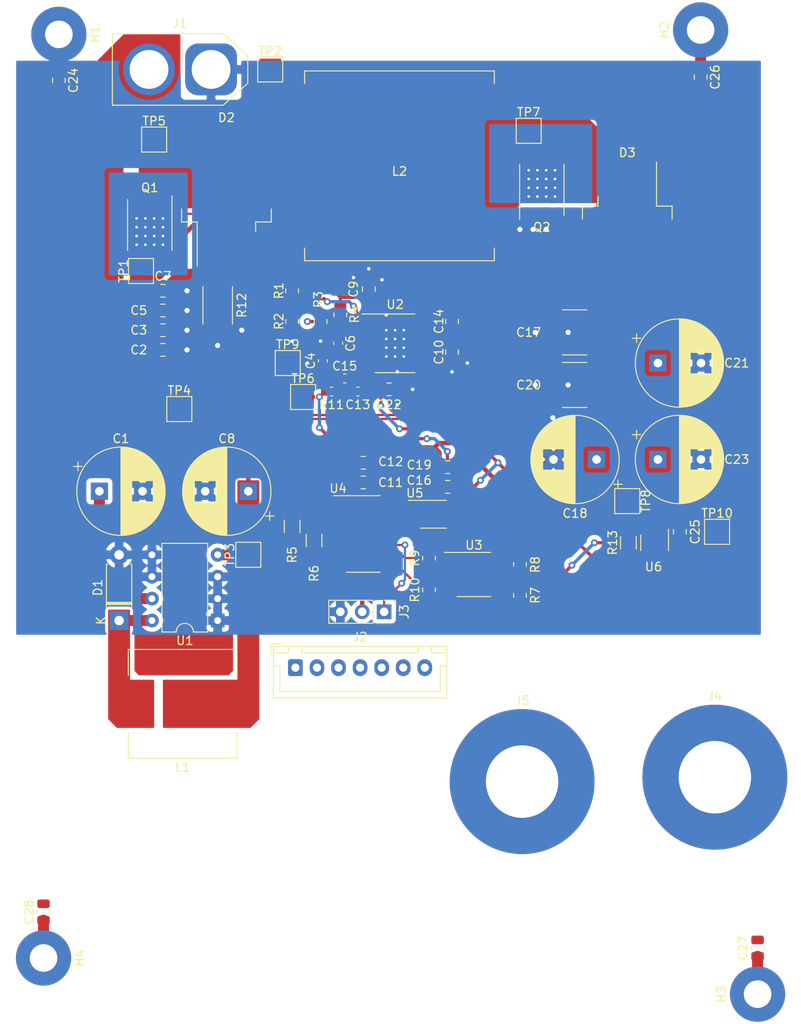
<source format=kicad_pcb>
(kicad_pcb (version 20171130) (host pcbnew "(5.1.10)-1")
  (layers (0 F.Cu signal) (31 B.Cu signal) (34 B.Paste user) (35 F.Paste user) (36 B.SilkS user) (37 F.SilkS user) (38 B.Mask user) (39 F.Mask user) (44 Edge.Cuts user))
  (net 0 "")
  (net 1 GND)
  (net 2 VBUS)
  (net 3 +5V)
  (net 4 /FB)
  (net 5 "Net-(C28-Pad1)")
  (net 6 "Net-(D2-Pad2)")
  (net 7 "Net-(D3-Pad2)")
  (net 8 EN)
  (net 9 VOUTBUF)
  (net 10 IOUTBUF)
  (net 11 /UPDI)
  (net 12 VOUT)
  (net 13 "Net-(Q1-Pad4)")
  (net 14 "Net-(Q2-Pad4)")
  (net 15 IOUT)
  (net 16 /SCK)
  (net 17 /MOSI)
  (net 18 /LDAC)
  (net 19 /CS0)
  (net 20 SDA)
  (net 21 SCL)
  (net 22 "Net-(C6-Pad1)")
  (net 23 "Net-(C14-Pad2)")
  (net 24 "Net-(C14-Pad1)")
  (net 25 "Net-(C26-Pad1)")
  (net 26 "Net-(D1-Pad1)")
  (net 27 "Net-(R1-Pad2)")
  (net 28 "Net-(R3-Pad1)")
  (net 29 "Net-(NT1-Pad1)")
  (net 30 "Net-(C4-Pad1)")
  (net 31 "Net-(C10-Pad1)")
  (net 32 "Net-(C13-Pad2)")
  (net 33 "Net-(C13-Pad1)")
  (net 34 "Net-(C17-Pad1)")
  (net 35 "Net-(C24-Pad1)")
  (net 36 "Net-(C27-Pad1)")
  (net 37 "Net-(R7-Pad2)")
  (net 38 "Net-(R10-Pad1)")
  (module Connector_JST:JST_XH_B7B-XH-A_1x07_P2.50mm_Vertical (layer F.Cu) (at 85.725 130.556)
    (fp_text reference J2 (at 7.5 -3.55) (layer F.SilkS))
    (fp_text value CTRL)
    (pad 7 thru_hole oval (at 15 0) (size 1.7 1.95) (drill 0.95) (layers *.Cu *.Mask) (net 1 GND))
    (pad 6 thru_hole oval (at 12.5 0) (size 1.7 1.95) (drill 0.95) (layers *.Cu *.Mask) (net 20 SDA))
    (pad 5 thru_hole oval (at 10 0) (size 1.7 1.95) (drill 0.95) (layers *.Cu *.Mask) (net 21 SCL))
    (pad 4 thru_hole oval (at 7.5 0) (size 1.7 1.95) (drill 0.95) (layers *.Cu *.Mask) (net 8 EN))
    (pad 3 thru_hole oval (at 5 0) (size 1.7 1.95) (drill 0.95) (layers *.Cu *.Mask) (net 9 VOUTBUF))
    (pad 2 thru_hole oval (at 2.5 0) (size 1.7 1.95) (drill 0.95) (layers *.Cu *.Mask) (net 10 IOUTBUF))
    (pad 1 thru_hole roundrect (at 0 0) (size 1.7 1.95) (drill 0.95) (layers *.Cu *.Mask) (roundrect_rratio 0.147059) (net 3 +5V))
  )
  (module NetTie:NetTie-2_SMD_Pad0.5mm (layer F.Cu) (at 76.708 90.924 270)
    (fp_text reference NT1 hide)
    (fp_text value "Kelvin Tie")
    (fp_poly (pts (xy -0.5 -0.127) (xy 0.5 -0.127) (xy 0.5 0.127) (xy -0.5 0.127)) (layer F.Cu) (width 0))
    (pad 2 smd circle (at 0.5 0 270) (size 0.254 0.254) (layers F.Cu) (net 1 GND))
    (pad 1 smd circle (at -0.5 0 270) (size 0.25 0.25) (layers F.Cu) (net 29 "Net-(NT1-Pad1)"))
  )
  (module Capacitor_SMD:C_0603_1608Metric (layer F.Cu) (at 89.916 98.552 180)
    (fp_text reference R11 (at 0 -1.524) (layer F.SilkS))
    (fp_text value 10K)
    (pad 2 smd roundrect (at 0.775 0 180) (size 0.9 0.95) (layers F.Cu F.Paste F.Mask) (net 4 /FB))
    (pad 1 smd roundrect (at -0.775 0 180) (size 0.9 0.95) (layers F.Cu F.Paste F.Mask) (net 33 "Net-(C13-Pad1)"))
  )
  (module Capacitor_SMD:C_0603_1608Metric (layer F.Cu) (at 91.44 97.028)
    (fp_text reference C15 (at 0 -1.43) (layer F.SilkS))
    (fp_text value 2.2nF)
    (pad 2 smd roundrect (at 0.775 0) (size 0.9 0.95) (layers F.Cu F.Paste F.Mask) (net 32 "Net-(C13-Pad2)"))
    (pad 1 smd roundrect (at -0.775 0) (size 0.9 0.95) (layers F.Cu F.Paste F.Mask) (net 4 /FB))
  )
  (module Capacitor_SMD:C_0603_1608Metric (layer F.Cu) (at 92.964 98.552)
    (fp_text reference C13 (at 0 1.524) (layer F.SilkS))
    (fp_text value 0.1uF)
    (pad 2 smd roundrect (at 0.775 0) (size 0.9 0.95) (layers F.Cu F.Paste F.Mask) (net 32 "Net-(C13-Pad2)"))
    (pad 1 smd roundrect (at -0.775 0) (size 0.9 0.95) (layers F.Cu F.Paste F.Mask) (net 33 "Net-(C13-Pad1)"))
  )
  (module Capacitor_SMD:C_0603_1608Metric (layer F.Cu) (at 90.678 92.964 270)
    (fp_text reference C6 (at 0 -1.43 90) (layer F.SilkS))
    (fp_text value 0.1uF)
    (pad 2 smd roundrect (at 0.775 0 270) (size 0.9 0.95) (layers F.Cu F.Paste F.Mask) (net 1 GND))
    (pad 1 smd roundrect (at -0.775 0 270) (size 0.9 0.95) (layers F.Cu F.Paste F.Mask) (net 22 "Net-(C6-Pad1)"))
  )
  (module Capacitor_SMD:C_0603_1608Metric (layer F.Cu) (at 88.9 94.996 90)
    (fp_text reference C4 (at 0 -1.43 90) (layer F.SilkS))
    (fp_text value 0.1uF)
    (pad 2 smd roundrect (at 0.775 0 90) (size 0.9 0.95) (layers F.Cu F.Paste F.Mask) (net 1 GND))
    (pad 1 smd roundrect (at -0.775 0 90) (size 0.9 0.95) (layers F.Cu F.Paste F.Mask) (net 30 "Net-(C4-Pad1)"))
  )
  (module Package_DIP:DIP-8_W7.62mm (layer F.Cu) (at 76.708 125.095 180)
    (fp_text reference U1 (at 3.81 -2.33) (layer F.SilkS))
    (fp_text value LM2594HVN-5.0)
    (pad 8 thru_hole oval (at 7.62 0 180) (size 1.6 1.6) (drill 0.8) (layers *.Cu *.Mask) (net 26 "Net-(D1-Pad1)"))
    (pad 4 thru_hole oval (at 0 7.62 180) (size 1.6 1.6) (drill 0.8) (layers *.Cu *.Mask) (net 3 +5V))
    (pad 7 thru_hole oval (at 7.62 2.54 180) (size 1.6 1.6) (drill 0.8) (layers *.Cu *.Mask) (net 2 VBUS))
    (pad 3 thru_hole oval (at 0 5.08 180) (size 1.6 1.6) (drill 0.8) (layers *.Cu *.Mask) (net 1 GND))
    (pad 6 thru_hole oval (at 7.62 5.08 180) (size 1.6 1.6) (drill 0.8) (layers *.Cu *.Mask) (net 1 GND))
    (pad 2 thru_hole oval (at 0 2.54 180) (size 1.6 1.6) (drill 0.8) (layers *.Cu *.Mask) (net 1 GND))
    (pad 5 thru_hole oval (at 7.62 7.62 180) (size 1.6 1.6) (drill 0.8) (layers *.Cu *.Mask) (net 1 GND))
    (pad 1 thru_hole rect (at 0 0 180) (size 1.6 1.6) (drill 0.8) (layers *.Cu *.Mask) (net 1 GND))
  )
  (module Inductor_SMD:L_12x12mm_H8mm (layer F.Cu) (at 72.644 134.747)
    (fp_text reference L1 (at 0 7.366) (layer F.SilkS))
    (fp_text value 470uH)
    (pad 2 smd rect (at 4.95 0) (size 2.9 5.4) (layers F.Cu F.Paste F.Mask) (net 3 +5V))
    (pad 1 smd rect (at -4.95 0) (size 2.9 5.4) (layers F.Cu F.Paste F.Mask) (net 26 "Net-(D1-Pad1)"))
  )
  (module Diode_THT:D_DO-41_SOD81_P7.62mm_Horizontal (layer F.Cu) (at 65.278 125.095 90)
    (fp_text reference D1 (at 3.81 -2.47 90) (layer F.SilkS))
    (fp_text value SB190-T)
    (fp_text user K (at 0 -2.1 90) (layer F.SilkS))
    (pad 2 thru_hole oval (at 7.62 0 90) (size 2.2 2.2) (drill 1.1) (layers *.Cu *.Mask) (net 1 GND))
    (pad 1 thru_hole rect (at 0 0 90) (size 2.2 2.2) (drill 1.1) (layers *.Cu *.Mask) (net 26 "Net-(D1-Pad1)"))
  )
  (module Capacitor_THT:CP_Radial_D10.0mm_P5.00mm (layer F.Cu) (at 80.264 110.109 180)
    (fp_text reference C8 (at 2.5 6.096) (layer F.SilkS))
    (fp_text value 220uF)
    (pad 2 thru_hole circle (at 5 0 180) (size 2 2) (drill 1) (layers *.Cu *.Mask) (net 1 GND))
    (pad 1 thru_hole rect (at 0 0 180) (size 2 2) (drill 1) (layers *.Cu *.Mask) (net 3 +5V))
  )
  (module Capacitor_THT:CP_Radial_D10.0mm_P5.00mm (layer F.Cu) (at 62.992 110.109)
    (fp_text reference C1 (at 2.5 -6.096) (layer F.SilkS))
    (fp_text value 220uF)
    (pad 2 thru_hole circle (at 5 0) (size 2 2) (drill 1) (layers *.Cu *.Mask) (net 1 GND))
    (pad 1 thru_hole rect (at 0 0) (size 2 2) (drill 1) (layers *.Cu *.Mask) (net 2 VBUS))
  )
  (module Resistor_SMD:R_1206_3216Metric (layer F.Cu) (at 87.884 115.824 270)
    (fp_text reference R6 (at 3.81 0 90) (layer F.SilkS))
    (fp_text value 2.2K)
    (pad 2 smd roundrect (at 1.4625 0 270) (size 1.125 1.75) (layers F.Cu F.Paste F.Mask) (roundrect_rratio 0.222222) (net 20 SDA))
    (pad 1 smd roundrect (at -1.4625 0 270) (size 1.125 1.75) (layers F.Cu F.Paste F.Mask) (roundrect_rratio 0.222222) (net 3 +5V))
  )
  (module Resistor_SMD:R_1206_3216Metric (layer F.Cu) (at 85.344 114.173 270)
    (fp_text reference R5 (at 3.302 0 90) (layer F.SilkS))
    (fp_text value 2.2K)
    (pad 2 smd roundrect (at 1.4625 0 270) (size 1.125 1.75) (layers F.Cu F.Paste F.Mask) (roundrect_rratio 0.222222) (net 21 SCL))
    (pad 1 smd roundrect (at -1.4625 0 270) (size 1.125 1.75) (layers F.Cu F.Paste F.Mask) (roundrect_rratio 0.222222) (net 3 +5V))
  )
  (module Package_TO_SOT_SMD:SOT-23-5 (layer F.Cu) (at 127.381 116.078 270)
    (fp_text reference U6 (at 2.794 0.127 180) (layer F.SilkS))
    (fp_text value INA180A3)
    (pad 5 smd rect (at 1.1 -0.95 270) (size 1.06 0.65) (layers F.Cu F.Paste F.Mask) (net 3 +5V))
    (pad 4 smd rect (at 1.1 0.95 270) (size 1.06 0.65) (layers F.Cu F.Paste F.Mask) (net 12 VOUT))
    (pad 3 smd rect (at -1.1 0.95 270) (size 1.06 0.65) (layers F.Cu F.Paste F.Mask) (net 34 "Net-(C17-Pad1)"))
    (pad 2 smd rect (at -1.1 0 270) (size 1.06 0.65) (layers F.Cu F.Paste F.Mask) (net 1 GND))
    (pad 1 smd rect (at -1.1 -0.95 270) (size 1.06 0.65) (layers F.Cu F.Paste F.Mask) (net 15 IOUT))
  )
  (module Capacitor_SMD:C_2220_5650Metric (layer F.Cu) (at 118.11 97.79 180)
    (fp_text reference C20 (at 5.334 0) (layer F.SilkS))
    (fp_text value 22uF)
    (pad 2 smd roundrect (at 2.55 0 180) (size 1.8 5.4) (layers F.Cu F.Paste F.Mask) (roundrect_rratio 0.138889) (net 1 GND))
    (pad 1 smd roundrect (at -2.55 0 180) (size 1.8 5.4) (layers F.Cu F.Paste F.Mask) (roundrect_rratio 0.138889) (net 34 "Net-(C17-Pad1)"))
  )
  (module Capacitor_SMD:C_2220_5650Metric (layer F.Cu) (at 118.11 91.694 180)
    (fp_text reference C17 (at 5.334 0) (layer F.SilkS))
    (fp_text value 22uF)
    (pad 2 smd roundrect (at 2.55 0 180) (size 1.8 5.4) (layers F.Cu F.Paste F.Mask) (roundrect_rratio 0.138889) (net 1 GND))
    (pad 1 smd roundrect (at -2.55 0 180) (size 1.8 5.4) (layers F.Cu F.Paste F.Mask) (roundrect_rratio 0.138889) (net 34 "Net-(C17-Pad1)"))
  )
  (module Package_SO:MSOP-8_3x3mm_P0.65mm (layer F.Cu) (at 101.727 112.776)
    (fp_text reference U5 (at -2.159 -2.45) (layer F.SilkS))
    (fp_text value MCP4811)
    (pad 8 smd roundrect (at 2.1125 -0.975) (size 1.625 0.4) (layers F.Cu F.Paste F.Mask) (net 4 /FB))
    (pad 7 smd roundrect (at 2.1125 -0.325) (size 1.625 0.4) (layers F.Cu F.Paste F.Mask) (net 1 GND))
    (pad 6 smd roundrect (at 2.1125 0.325) (size 1.625 0.4) (layers F.Cu F.Paste F.Mask))
    (pad 5 smd roundrect (at 2.1125 0.975) (size 1.625 0.4) (layers F.Cu F.Paste F.Mask) (net 18 /LDAC))
    (pad 4 smd roundrect (at -2.1125 0.975) (size 1.625 0.4) (layers F.Cu F.Paste F.Mask) (net 17 /MOSI))
    (pad 3 smd roundrect (at -2.1125 0.325) (size 1.625 0.4) (layers F.Cu F.Paste F.Mask) (net 16 /SCK))
    (pad 2 smd roundrect (at -2.1125 -0.325) (size 1.625 0.4) (layers F.Cu F.Paste F.Mask) (net 19 /CS0))
    (pad 1 smd roundrect (at -2.1125 -0.975) (size 1.625 0.4) (layers F.Cu F.Paste F.Mask) (net 3 +5V))
  )
  (module Package_SO:SOIC-14_3.9x8.7mm_P1.27mm (layer F.Cu) (at 93.599 115.062)
    (fp_text reference U4 (at -2.921 -5.28) (layer F.SilkS))
    (fp_text value ATtiny414-SS)
    (pad 14 smd roundrect (at 2.475 -3.81) (size 1.95 0.6) (layers F.Cu F.Paste F.Mask) (net 1 GND))
    (pad 13 smd roundrect (at 2.475 -2.54) (size 1.95 0.6) (layers F.Cu F.Paste F.Mask) (net 16 /SCK))
    (pad 12 smd roundrect (at 2.475 -1.27) (size 1.95 0.6) (layers F.Cu F.Paste F.Mask))
    (pad 11 smd roundrect (at 2.475 0) (size 1.95 0.6) (layers F.Cu F.Paste F.Mask) (net 17 /MOSI))
    (pad 10 smd roundrect (at 2.475 1.27) (size 1.95 0.6) (layers F.Cu F.Paste F.Mask) (net 11 /UPDI))
    (pad 9 smd roundrect (at 2.475 2.54) (size 1.95 0.6) (layers F.Cu F.Paste F.Mask) (net 21 SCL))
    (pad 8 smd roundrect (at 2.475 3.81) (size 1.95 0.6) (layers F.Cu F.Paste F.Mask) (net 20 SDA))
    (pad 7 smd roundrect (at -2.475 3.81) (size 1.95 0.6) (layers F.Cu F.Paste F.Mask))
    (pad 6 smd roundrect (at -2.475 2.54) (size 1.95 0.6) (layers F.Cu F.Paste F.Mask))
    (pad 5 smd roundrect (at -2.475 1.27) (size 1.95 0.6) (layers F.Cu F.Paste F.Mask) (net 10 IOUTBUF))
    (pad 4 smd roundrect (at -2.475 0) (size 1.95 0.6) (layers F.Cu F.Paste F.Mask) (net 9 VOUTBUF))
    (pad 3 smd roundrect (at -2.475 -1.27) (size 1.95 0.6) (layers F.Cu F.Paste F.Mask) (net 18 /LDAC))
    (pad 2 smd roundrect (at -2.475 -2.54) (size 1.95 0.6) (layers F.Cu F.Paste F.Mask) (net 19 /CS0))
    (pad 1 smd roundrect (at -2.475 -3.81) (size 1.95 0.6) (layers F.Cu F.Paste F.Mask) (net 3 +5V))
  )
  (module Package_SO:SO-8_3.9x4.9mm_P1.27mm (layer F.Cu) (at 106.426 119.761)
    (fp_text reference U3 (at 0 -3.4) (layer F.SilkS))
    (fp_text value LM358)
    (pad 8 smd roundrect (at 2.575 -1.905) (size 1.75 0.6) (layers F.Cu F.Paste F.Mask) (net 3 +5V))
    (pad 7 smd roundrect (at 2.575 -0.635) (size 1.75 0.6) (layers F.Cu F.Paste F.Mask) (net 10 IOUTBUF))
    (pad 6 smd roundrect (at 2.575 0.635) (size 1.75 0.6) (layers F.Cu F.Paste F.Mask) (net 37 "Net-(R7-Pad2)"))
    (pad 5 smd roundrect (at 2.575 1.905) (size 1.75 0.6) (layers F.Cu F.Paste F.Mask) (net 15 IOUT))
    (pad 4 smd roundrect (at -2.575 1.905) (size 1.75 0.6) (layers F.Cu F.Paste F.Mask) (net 1 GND))
    (pad 3 smd roundrect (at -2.575 0.635) (size 1.75 0.6) (layers F.Cu F.Paste F.Mask) (net 38 "Net-(R10-Pad1)"))
    (pad 2 smd roundrect (at -2.575 -0.635) (size 1.75 0.6) (layers F.Cu F.Paste F.Mask) (net 9 VOUTBUF))
    (pad 1 smd roundrect (at -2.575 -1.905) (size 1.75 0.6) (layers F.Cu F.Paste F.Mask) (net 9 VOUTBUF))
  )
  (module Package_SO:Texas_PWP0020A (layer F.Cu) (at 97.282 92.964)
    (fp_text reference U2 (at 0 -4.5) (layer F.SilkS))
    (fp_text value LM5118MH)
    (pad 21 smd rect (at 0 0) (size 3 4.2) (layers F.Cu F.Mask) (net 1 GND))
    (pad 20 smd rect (at 2.97 -2.925) (size 1.78 0.42) (layers F.Cu F.Paste F.Mask) (net 23 "Net-(C14-Pad2)"))
    (pad 19 smd rect (at 2.97 -2.275) (size 1.78 0.42) (layers F.Cu F.Paste F.Mask) (net 13 "Net-(Q1-Pad4)"))
    (pad 18 smd rect (at 2.97 -1.625) (size 1.78 0.42) (layers F.Cu F.Paste F.Mask) (net 24 "Net-(C14-Pad1)"))
    (pad 17 smd rect (at 2.97 -0.975) (size 1.78 0.42) (layers F.Cu F.Paste F.Mask) (net 1 GND))
    (pad 16 smd rect (at 2.97 -0.325) (size 1.78 0.42) (layers F.Cu F.Paste F.Mask) (net 31 "Net-(C10-Pad1)"))
    (pad 15 smd rect (at 2.97 0.325) (size 1.78 0.42) (layers F.Cu F.Paste F.Mask) (net 14 "Net-(Q2-Pad4)"))
    (pad 14 smd rect (at 2.97 0.975) (size 1.78 0.42) (layers F.Cu F.Paste F.Mask) (net 1 GND))
    (pad 13 smd rect (at 2.97 1.625) (size 1.78 0.42) (layers F.Cu F.Paste F.Mask) (net 29 "Net-(NT1-Pad1)"))
    (pad 12 smd rect (at 2.97 2.275) (size 1.78 0.42) (layers F.Cu F.Paste F.Mask) (net 6 "Net-(D2-Pad2)"))
    (pad 11 smd rect (at 2.97 2.925) (size 1.78 0.42) (layers F.Cu F.Paste F.Mask))
    (pad 10 smd rect (at -2.97 2.925) (size 1.78 0.42) (layers F.Cu F.Paste F.Mask) (net 12 VOUT))
    (pad 9 smd rect (at -2.97 2.275) (size 1.78 0.42) (layers F.Cu F.Paste F.Mask) (net 32 "Net-(C13-Pad2)"))
    (pad 8 smd rect (at -2.97 1.625) (size 1.78 0.42) (layers F.Cu F.Paste F.Mask) (net 4 /FB))
    (pad 7 smd rect (at -2.97 0.975) (size 1.78 0.42) (layers F.Cu F.Paste F.Mask) (net 30 "Net-(C4-Pad1)"))
    (pad 6 smd rect (at -2.97 0.325) (size 1.78 0.42) (layers F.Cu F.Paste F.Mask) (net 1 GND))
    (pad 5 smd rect (at -2.97 -0.325) (size 1.78 0.42) (layers F.Cu F.Paste F.Mask) (net 22 "Net-(C6-Pad1)"))
    (pad 4 smd rect (at -2.97 -0.975) (size 1.78 0.42) (layers F.Cu F.Paste F.Mask) (net 8 EN))
    (pad 3 smd rect (at -2.97 -1.625) (size 1.78 0.42) (layers F.Cu F.Paste F.Mask) (net 28 "Net-(R3-Pad1)"))
    (pad 2 smd rect (at -2.97 -2.275) (size 1.78 0.42) (layers F.Cu F.Paste F.Mask) (net 27 "Net-(R1-Pad2)"))
    (pad 1 smd rect (at -2.97 -2.925) (size 1.78 0.42) (layers F.Cu F.Paste F.Mask) (net 2 VBUS))
  )
  (module TestPoint:TestPoint_Pad_2.5x2.5mm (layer F.Cu) (at 134.62 114.808)
    (fp_text reference TP10 (at 0 -2.148) (layer F.SilkS))
    (fp_text value IOUT)
    (pad 1 smd rect (at 0 0) (size 2.5 2.5) (layers F.Cu F.Mask) (net 15 IOUT))
  )
  (module TestPoint:TestPoint_Pad_2.5x2.5mm (layer F.Cu) (at 84.836 95.25)
    (fp_text reference TP9 (at 0 -2.148) (layer F.SilkS))
    (fp_text value GND)
    (pad 1 smd rect (at 0 0) (size 2.5 2.5) (layers F.Cu F.Mask) (net 1 GND))
  )
  (module TestPoint:TestPoint_Pad_2.5x2.5mm (layer F.Cu) (at 124.206 111.252 270)
    (fp_text reference TP8 (at 0 -2.148 90) (layer F.SilkS))
    (fp_text value OUT)
    (pad 1 smd rect (at 0 0 270) (size 2.5 2.5) (layers F.Cu F.Mask) (net 34 "Net-(C17-Pad1)"))
  )
  (module TestPoint:TestPoint_Pad_2.5x2.5mm (layer F.Cu) (at 112.776 68.326)
    (fp_text reference TP7 (at 0 -2.148) (layer F.SilkS))
    (fp_text value BOOSTSW)
    (pad 1 smd rect (at 0 0) (size 2.5 2.5) (layers F.Cu F.Mask) (net 7 "Net-(D3-Pad2)"))
  )
  (module TestPoint:TestPoint_Pad_2.5x2.5mm (layer F.Cu) (at 86.614 99.187)
    (fp_text reference TP6 (at 0 -2.148) (layer F.SilkS))
    (fp_text value FB)
    (pad 1 smd rect (at 0 0) (size 2.5 2.5) (layers F.Cu F.Mask) (net 4 /FB))
  )
  (module TestPoint:TestPoint_Pad_2.5x2.5mm (layer F.Cu) (at 69.342 69.342)
    (fp_text reference TP5 (at 0 -2.148) (layer F.SilkS))
    (fp_text value BUCKSW)
    (pad 1 smd rect (at 0 0) (size 2.5 2.5) (layers F.Cu F.Mask) (net 23 "Net-(C14-Pad2)"))
  )
  (module TestPoint:TestPoint_Pad_2.5x2.5mm (layer F.Cu) (at 72.263 100.584)
    (fp_text reference TP4 (at 0 -2.148) (layer F.SilkS))
    (fp_text value EN)
    (pad 1 smd rect (at 0 0) (size 2.5 2.5) (layers F.Cu F.Mask) (net 8 EN))
  )
  (module TestPoint:TestPoint_Pad_2.5x2.5mm (layer F.Cu) (at 82.804 61.214)
    (fp_text reference TP2 (at 0 -2.148) (layer F.SilkS))
    (fp_text value GND)
    (pad 1 smd rect (at 0 0) (size 2.5 2.5) (layers F.Cu F.Mask) (net 1 GND))
  )
  (module TestPoint:TestPoint_Pad_2.5x2.5mm (layer F.Cu) (at 80.264 117.475 90)
    (fp_text reference TP3 (at 0 -2.148 90) (layer F.SilkS))
    (fp_text value 5V)
    (pad 1 smd rect (at 0 0 90) (size 2.5 2.5) (layers F.Cu F.Mask) (net 3 +5V))
  )
  (module TestPoint:TestPoint_Pad_2.5x2.5mm (layer F.Cu) (at 67.818 84.582 90)
    (fp_text reference TP1 (at 0 -2.032 270) (layer F.SilkS))
    (fp_text value VIN)
    (pad 1 smd rect (at 0 0 90) (size 2.5 2.5) (layers F.Cu F.Mask) (net 2 VBUS))
  )
  (module Resistor_SMD:R_1206_3216Metric (layer F.Cu) (at 124.333 116.078 90)
    (fp_text reference R13 (at 0 -1.82 90) (layer F.SilkS))
    (fp_text value 4m)
    (pad 2 smd roundrect (at 1.4625 0 90) (size 1.125 1.75) (layers F.Cu F.Paste F.Mask) (roundrect_rratio 0.222222) (net 34 "Net-(C17-Pad1)"))
    (pad 1 smd roundrect (at -1.4625 0 90) (size 1.125 1.75) (layers F.Cu F.Paste F.Mask) (roundrect_rratio 0.222222) (net 12 VOUT))
  )
  (module Resistor_SMD:R_0805_2012Metric (layer F.Cu) (at 101.219 121.539 270)
    (fp_text reference R10 (at 0 1.651 90) (layer F.SilkS))
    (fp_text value 10K)
    (pad 2 smd roundrect (at 0.9125 0 270) (size 1.025 1.4) (layers F.Cu F.Paste F.Mask) (roundrect_rratio 0.243902) (net 1 GND))
    (pad 1 smd roundrect (at -0.9125 0 270) (size 1.025 1.4) (layers F.Cu F.Paste F.Mask) (roundrect_rratio 0.243902) (net 38 "Net-(R10-Pad1)"))
  )
  (module Resistor_SMD:R_0805_2012Metric (layer F.Cu) (at 101.219 117.856 270)
    (fp_text reference R9 (at 0 1.651 90) (layer F.SilkS))
    (fp_text value 80K)
    (pad 2 smd roundrect (at 0.9125 0 270) (size 1.025 1.4) (layers F.Cu F.Paste F.Mask) (roundrect_rratio 0.243902) (net 38 "Net-(R10-Pad1)"))
    (pad 1 smd roundrect (at -0.9125 0 270) (size 1.025 1.4) (layers F.Cu F.Paste F.Mask) (roundrect_rratio 0.243902) (net 12 VOUT))
  )
  (module Resistor_SMD:R_0805_2012Metric (layer F.Cu) (at 111.76 118.5945 90)
    (fp_text reference R8 (at -0.0235 1.778 90) (layer F.SilkS))
    (fp_text value 3.7K)
    (pad 2 smd roundrect (at 0.9125 0 90) (size 1.025 1.4) (layers F.Cu F.Paste F.Mask) (roundrect_rratio 0.243902) (net 10 IOUTBUF))
    (pad 1 smd roundrect (at -0.9125 0 90) (size 1.025 1.4) (layers F.Cu F.Paste F.Mask) (roundrect_rratio 0.243902) (net 37 "Net-(R7-Pad2)"))
  )
  (module Resistor_SMD:R_2512_6332Metric (layer F.Cu) (at 76.708 88.5605 270)
    (fp_text reference R12 (at 0 -2.794 90) (layer F.SilkS))
    (fp_text value 2.5m)
    (pad 2 smd roundrect (at 2.9625 0 270) (size 1.225 3.35) (layers F.Cu F.Paste F.Mask) (roundrect_rratio 0.204082) (net 1 GND))
    (pad 1 smd roundrect (at -2.9625 0 270) (size 1.225 3.35) (layers F.Cu F.Paste F.Mask) (roundrect_rratio 0.204082) (net 6 "Net-(D2-Pad2)"))
  )
  (module Resistor_SMD:R_0805_2012Metric (layer F.Cu) (at 111.76 122.174 90)
    (fp_text reference R7 (at 0 1.778 90) (layer F.SilkS))
    (fp_text value 10K)
    (pad 2 smd roundrect (at 0.9125 0 90) (size 1.025 1.4) (layers F.Cu F.Paste F.Mask) (roundrect_rratio 0.243902) (net 37 "Net-(R7-Pad2)"))
    (pad 1 smd roundrect (at -0.9125 0 90) (size 1.025 1.4) (layers F.Cu F.Paste F.Mask) (roundrect_rratio 0.243902) (net 1 GND))
  )
  (module Resistor_SMD:R_0805_2012Metric (layer F.Cu) (at 90.932 89.662 270)
    (fp_text reference R4 (at 0 -1.65 90) (layer F.SilkS))
    (fp_text value 100K)
    (pad 2 smd roundrect (at 0.9125 0 270) (size 1.025 1.4) (layers F.Cu F.Paste F.Mask) (roundrect_rratio 0.243902) (net 8 EN))
    (pad 1 smd roundrect (at -0.9125 0 270) (size 1.025 1.4) (layers F.Cu F.Paste F.Mask) (roundrect_rratio 0.243902) (net 2 VBUS))
  )
  (module Resistor_SMD:R_0805_2012Metric (layer F.Cu) (at 88.646 90.424 270)
    (fp_text reference R3 (at -2.54 0.254 90) (layer F.SilkS))
    (fp_text value 9.8K)
    (pad 2 smd roundrect (at 0.9125 0 270) (size 1.025 1.4) (layers F.Cu F.Paste F.Mask) (roundrect_rratio 0.243902) (net 1 GND))
    (pad 1 smd roundrect (at -0.9125 0 270) (size 1.025 1.4) (layers F.Cu F.Paste F.Mask) (roundrect_rratio 0.243902) (net 28 "Net-(R3-Pad1)"))
  )
  (module Resistor_SMD:R_0805_2012Metric (layer F.Cu) (at 85.345 90.424 270)
    (fp_text reference R2 (at 0 1.525 90) (layer F.SilkS))
    (fp_text value 10K)
    (pad 2 smd roundrect (at 0.9125 0 270) (size 1.025 1.4) (layers F.Cu F.Paste F.Mask) (roundrect_rratio 0.243902) (net 1 GND))
    (pad 1 smd roundrect (at -0.9125 0 270) (size 1.025 1.4) (layers F.Cu F.Paste F.Mask) (roundrect_rratio 0.243902) (net 27 "Net-(R1-Pad2)"))
  )
  (module Resistor_SMD:R_0805_2012Metric (layer F.Cu) (at 85.344 86.868 270)
    (fp_text reference R1 (at 0 1.524 90) (layer F.SilkS))
    (fp_text value 90K)
    (pad 2 smd roundrect (at 0.9125 0 270) (size 1.025 1.4) (layers F.Cu F.Paste F.Mask) (roundrect_rratio 0.243902) (net 27 "Net-(R1-Pad2)"))
    (pad 1 smd roundrect (at -0.9125 0 270) (size 1.025 1.4) (layers F.Cu F.Paste F.Mask) (roundrect_rratio 0.243902) (net 2 VBUS))
  )
  (module Package_SO:PowerPAK_SO-8_Single (layer F.Cu) (at 114.3 75.184 90)
    (fp_text reference Q2 (at -4.318 0 180) (layer F.SilkS))
    (fp_text value Si7148DP)
    (pad 5 smd rect (at 0.69 0 90) (size 3.81 3.91) (layers F.Cu F.Paste F.Mask) (net 7 "Net-(D3-Pad2)"))
    (pad 5 smd rect (at 2.795 -1.905 90) (size 1.02 0.61) (layers F.Cu F.Paste F.Mask) (net 7 "Net-(D3-Pad2)"))
    (pad 5 smd rect (at 2.795 -0.635 90) (size 1.02 0.61) (layers F.Cu F.Paste F.Mask) (net 7 "Net-(D3-Pad2)"))
    (pad 5 smd rect (at 2.795 0.635 90) (size 1.02 0.61) (layers F.Cu F.Paste F.Mask) (net 7 "Net-(D3-Pad2)"))
    (pad 5 smd rect (at 2.795 1.905 90) (size 1.02 0.61) (layers F.Cu F.Paste F.Mask) (net 7 "Net-(D3-Pad2)"))
    (pad 4 smd rect (at -2.67 1.905 90) (size 1.27 0.61) (layers F.Cu F.Paste F.Mask) (net 14 "Net-(Q2-Pad4)"))
    (pad 3 smd rect (at -2.67 0.635 90) (size 1.27 0.61) (layers F.Cu F.Paste F.Mask) (net 1 GND))
    (pad 2 smd rect (at -2.67 -0.635 90) (size 1.27 0.61) (layers F.Cu F.Paste F.Mask) (net 1 GND))
    (pad 1 smd rect (at -2.67 -1.905 90) (size 1.27 0.61) (layers F.Cu F.Paste F.Mask) (net 1 GND))
  )
  (module Package_SO:PowerPAK_SO-8_Single (layer F.Cu) (at 68.834 79.248 270)
    (fp_text reference Q1 (at -4.318 0) (layer F.SilkS))
    (fp_text value Si7148DP)
    (pad 5 smd rect (at 0.69 0 270) (size 3.81 3.91) (layers F.Cu F.Paste F.Mask) (net 2 VBUS))
    (pad 5 smd rect (at 2.795 -1.905 270) (size 1.02 0.61) (layers F.Cu F.Paste F.Mask) (net 2 VBUS))
    (pad 5 smd rect (at 2.795 -0.635 270) (size 1.02 0.61) (layers F.Cu F.Paste F.Mask) (net 2 VBUS))
    (pad 5 smd rect (at 2.795 0.635 270) (size 1.02 0.61) (layers F.Cu F.Paste F.Mask) (net 2 VBUS))
    (pad 5 smd rect (at 2.795 1.905 270) (size 1.02 0.61) (layers F.Cu F.Paste F.Mask) (net 2 VBUS))
    (pad 4 smd rect (at -2.67 1.905 270) (size 1.27 0.61) (layers F.Cu F.Paste F.Mask) (net 13 "Net-(Q1-Pad4)"))
    (pad 3 smd rect (at -2.67 0.635 270) (size 1.27 0.61) (layers F.Cu F.Paste F.Mask) (net 23 "Net-(C14-Pad2)"))
    (pad 2 smd rect (at -2.67 -0.635 270) (size 1.27 0.61) (layers F.Cu F.Paste F.Mask) (net 23 "Net-(C14-Pad2)"))
    (pad 1 smd rect (at -2.67 -1.905 270) (size 1.27 0.61) (layers F.Cu F.Paste F.Mask) (net 23 "Net-(C14-Pad2)"))
  )
  (module "footprints:Vishay IHLP8787" (layer F.Cu) (at 97.79 72.39)
    (fp_text reference L2 (at 0 0.635) (layer F.SilkS))
    (fp_text value 75uH)
    (pad 2 smd rect (at 8.955 0) (size 6.35 18.8) (layers F.Cu F.Paste F.Mask) (net 7 "Net-(D3-Pad2)"))
    (pad 1 smd rect (at -8.955 0) (size 6.35 18.8) (layers F.Cu F.Paste F.Mask) (net 23 "Net-(C14-Pad2)"))
  )
  (module MountingHole:MountingHole_8.4mm_M8_Pad (layer F.Cu) (at 112.014 143.764)
    (fp_text reference J5 (at 0 -9.4) (layer F.SilkS))
    (fp_text value -)
    (pad 1 thru_hole circle (at 0 0) (size 16.8 16.8) (drill 8.4) (layers *.Cu *.Mask) (net 1 GND))
  )
  (module MountingHole:MountingHole_8.4mm_M8_Pad (layer F.Cu) (at 134.366 143.256)
    (fp_text reference J4 (at 0 -9.4) (layer F.SilkS))
    (fp_text value +)
    (pad 1 thru_hole circle (at 0 0) (size 16.8 16.8) (drill 8.4) (layers *.Cu *.Mask) (net 12 VOUT))
  )
  (module Connector_PinHeader_2.54mm:PinHeader_1x03_P2.54mm_Vertical (layer F.Cu) (at 96.012 124.079 270)
    (fp_text reference J3 (at 0 -2.33 90) (layer F.SilkS))
    (fp_text value UPDI)
    (pad 3 thru_hole oval (at 0 5.08 270) (size 1.7 1.7) (drill 1) (layers *.Cu *.Mask) (net 1 GND))
    (pad 2 thru_hole oval (at 0 2.54 270) (size 1.7 1.7) (drill 1) (layers *.Cu *.Mask) (net 3 +5V))
    (pad 1 thru_hole rect (at 0 0 270) (size 1.7 1.7) (drill 1) (layers *.Cu *.Mask) (net 11 /UPDI))
  )
  (module Connector_AMASS:AMASS_XT60-F_1x02_P7.20mm_Vertical (layer F.Cu) (at 75.946 61.214 180)
    (fp_text reference J1 (at 3.6 5.334 180) (layer F.SilkS))
    (fp_text value DC-IN)
    (pad 1 thru_hole roundrect (at 0 0 180) (size 6 6) (drill 4.5) (layers *.Cu *.Mask) (net 1 GND))
    (pad 2 thru_hole circle (at 7.2 0 180) (size 6 6) (drill 4.5) (layers *.Cu *.Mask) (net 2 VBUS))
  )
  (module MountingHole:MountingHole_3.2mm_M3_Pad (layer F.Cu) (at 56.515 164.211 270)
    (fp_text reference H4 (at 0 -4.2 90) (layer F.SilkS))
    (fp_text value M3)
    (pad 1 thru_hole circle (at 0 0 270) (size 6.4 6.4) (drill 3.2) (layers *.Cu *.Mask) (net 5 "Net-(C28-Pad1)"))
  )
  (module MountingHole:MountingHole_3.2mm_M3_Pad (layer F.Cu) (at 139.319 168.402 90)
    (fp_text reference H3 (at 0 -4.2 90) (layer F.SilkS))
    (fp_text value M3)
    (pad 1 thru_hole circle (at 0 0 90) (size 6.4 6.4) (drill 3.2) (layers *.Cu *.Mask) (net 36 "Net-(C27-Pad1)"))
  )
  (module MountingHole:MountingHole_3.2mm_M3_Pad (layer F.Cu) (at 132.715 56.642 90)
    (fp_text reference H2 (at 0 -4.2 90) (layer F.SilkS))
    (fp_text value M3)
    (pad 1 thru_hole circle (at 0 0 90) (size 6.4 6.4) (drill 3.2) (layers *.Cu *.Mask) (net 25 "Net-(C26-Pad1)"))
  )
  (module MountingHole:MountingHole_3.2mm_M3_Pad (layer F.Cu) (at 58.293 57.15 270)
    (fp_text reference H1 (at 0 -4.2 90) (layer F.SilkS))
    (fp_text value M3)
    (pad 1 thru_hole circle (at 0 0 270) (size 6.4 6.4) (drill 3.2) (layers *.Cu *.Mask) (net 35 "Net-(C24-Pad1)"))
  )
  (module footprints:TO-263AC-3 (layer F.Cu) (at 124.206 80.01 270)
    (fp_text reference D3 (at -9.144 0 180) (layer F.SilkS))
    (fp_text value V30DM60CL)
    (pad 1 smd rect (at 3.375 0 270) (size 9.4 10.8) (layers F.Cu F.Mask) (net 34 "Net-(C17-Pad1)"))
    (pad 2 smd rect (at -5.775 2.54 270) (size 4.6 1.1) (layers F.Cu F.Paste F.Mask) (net 7 "Net-(D3-Pad2)"))
    (pad 2 smd rect (at -5.775 -2.54 270) (size 4.6 1.1) (layers F.Cu F.Paste F.Mask) (net 7 "Net-(D3-Pad2)"))
  )
  (module footprints:TO-263AC-3 (layer F.Cu) (at 77.724 75.946 90)
    (fp_text reference D2 (at 9.144 0 180) (layer F.SilkS))
    (fp_text value V30DM60CL)
    (pad 1 smd rect (at 3.375 0 90) (size 9.4 10.8) (layers F.Cu F.Mask) (net 23 "Net-(C14-Pad2)"))
    (pad 2 smd rect (at -5.775 2.54 90) (size 4.6 1.1) (layers F.Cu F.Paste F.Mask) (net 6 "Net-(D2-Pad2)"))
    (pad 2 smd rect (at -5.775 -2.54 90) (size 4.6 1.1) (layers F.Cu F.Paste F.Mask) (net 6 "Net-(D2-Pad2)"))
  )
  (module Capacitor_SMD:C_0805_2012Metric (layer F.Cu) (at 56.515 158.877 90)
    (fp_text reference C28 (at 0 -1.68 90) (layer F.SilkS))
    (fp_text value 0.1uF)
    (pad 2 smd roundrect (at 0.95 0 90) (size 1 1.45) (layers F.Cu F.Paste F.Mask) (net 1 GND))
    (pad 1 smd roundrect (at -0.95 0 90) (size 1 1.45) (layers F.Cu F.Paste F.Mask) (net 5 "Net-(C28-Pad1)"))
  )
  (module Capacitor_SMD:C_0805_2012Metric (layer F.Cu) (at 139.319 163.068 90)
    (fp_text reference C27 (at 0 -1.68 90) (layer F.SilkS))
    (fp_text value 0.1uF)
    (pad 2 smd roundrect (at 0.95 0 90) (size 1 1.45) (layers F.Cu F.Paste F.Mask) (net 1 GND))
    (pad 1 smd roundrect (at -0.95 0 90) (size 1 1.45) (layers F.Cu F.Paste F.Mask) (net 36 "Net-(C27-Pad1)"))
  )
  (module Capacitor_SMD:C_0805_2012Metric (layer F.Cu) (at 132.715 62.103 270)
    (fp_text reference C26 (at 0 -1.68 90) (layer F.SilkS))
    (fp_text value 0.1uF)
    (pad 2 smd roundrect (at 0.95 0 270) (size 1 1.45) (layers F.Cu F.Paste F.Mask) (net 1 GND))
    (pad 1 smd roundrect (at -0.95 0 270) (size 1 1.45) (layers F.Cu F.Paste F.Mask) (net 25 "Net-(C26-Pad1)"))
  )
  (module Capacitor_SMD:C_0805_2012Metric (layer F.Cu) (at 130.302 114.808 90)
    (fp_text reference C25 (at 0 1.778 90) (layer F.SilkS))
    (fp_text value 0.1uF)
    (pad 2 smd roundrect (at 0.95 0 90) (size 1 1.45) (layers F.Cu F.Paste F.Mask) (net 1 GND))
    (pad 1 smd roundrect (at -0.95 0 90) (size 1 1.45) (layers F.Cu F.Paste F.Mask) (net 3 +5V))
  )
  (module Capacitor_SMD:C_0805_2012Metric (layer F.Cu) (at 103.378 107.315)
    (fp_text reference C19 (at -3.302 -0.254) (layer F.SilkS))
    (fp_text value 0.1uF)
    (pad 2 smd roundrect (at 0.95 0) (size 1 1.45) (layers F.Cu F.Paste F.Mask) (net 1 GND))
    (pad 1 smd roundrect (at -0.95 0) (size 1 1.45) (layers F.Cu F.Paste F.Mask) (net 3 +5V))
  )
  (module Capacitor_THT:CP_Radial_D10.0mm_P5.00mm (layer F.Cu) (at 127.762 106.426)
    (fp_text reference C23 (at 9.144 0) (layer F.SilkS))
    (fp_text value 220uF)
    (pad 2 thru_hole circle (at 5 0) (size 2 2) (drill 1) (layers *.Cu *.Mask) (net 1 GND))
    (pad 1 thru_hole rect (at 0 0) (size 2 2) (drill 1) (layers *.Cu *.Mask) (net 34 "Net-(C17-Pad1)"))
  )
  (module Capacitor_SMD:C_0805_2012Metric (layer F.Cu) (at 96.586 98.298)
    (fp_text reference C22 (at 0 1.778) (layer F.SilkS))
    (fp_text value 1uF)
    (pad 2 smd roundrect (at 0.95 0) (size 1 1.45) (layers F.Cu F.Paste F.Mask) (net 1 GND))
    (pad 1 smd roundrect (at -0.95 0) (size 1 1.45) (layers F.Cu F.Paste F.Mask) (net 12 VOUT))
  )
  (module Capacitor_SMD:C_0805_2012Metric (layer F.Cu) (at 103.378 109.601)
    (fp_text reference C16 (at -3.302 -0.762) (layer F.SilkS))
    (fp_text value 10uF)
    (pad 2 smd roundrect (at 0.95 0) (size 1 1.45) (layers F.Cu F.Paste F.Mask) (net 1 GND))
    (pad 1 smd roundrect (at -0.95 0) (size 1 1.45) (layers F.Cu F.Paste F.Mask) (net 3 +5V))
  )
  (module Capacitor_THT:CP_Radial_D10.0mm_P5.00mm (layer F.Cu) (at 127.762 95.25)
    (fp_text reference C21 (at 9.144 0) (layer F.SilkS))
    (fp_text value 220uF)
    (pad 2 thru_hole circle (at 5 0) (size 2 2) (drill 1) (layers *.Cu *.Mask) (net 1 GND))
    (pad 1 thru_hole rect (at 0 0) (size 2 2) (drill 1) (layers *.Cu *.Mask) (net 34 "Net-(C17-Pad1)"))
  )
  (module Capacitor_THT:CP_Radial_D10.0mm_P5.00mm (layer F.Cu) (at 120.65 106.426 180)
    (fp_text reference C18 (at 2.5 -6.25) (layer F.SilkS))
    (fp_text value 220uF)
    (pad 2 thru_hole circle (at 5 0 180) (size 2 2) (drill 1) (layers *.Cu *.Mask) (net 1 GND))
    (pad 1 thru_hole rect (at 0 0 180) (size 2 2) (drill 1) (layers *.Cu *.Mask) (net 34 "Net-(C17-Pad1)"))
  )
  (module Capacitor_SMD:C_0805_2012Metric (layer F.Cu) (at 93.599 106.807)
    (fp_text reference C12 (at 3.175 -0.127) (layer F.SilkS))
    (fp_text value 0.1uF)
    (pad 2 smd roundrect (at 0.95 0) (size 1 1.45) (layers F.Cu F.Paste F.Mask) (net 1 GND))
    (pad 1 smd roundrect (at -0.95 0) (size 1 1.45) (layers F.Cu F.Paste F.Mask) (net 3 +5V))
  )
  (module Capacitor_SMD:C_0805_2012Metric (layer F.Cu) (at 103.886 90.424 90)
    (fp_text reference C14 (at 0 -1.524 90) (layer F.SilkS))
    (fp_text value 0.1uF)
    (pad 2 smd roundrect (at 0.95 0 90) (size 1 1.45) (layers F.Cu F.Paste F.Mask) (net 23 "Net-(C14-Pad2)"))
    (pad 1 smd roundrect (at -0.95 0 90) (size 1 1.45) (layers F.Cu F.Paste F.Mask) (net 24 "Net-(C14-Pad1)"))
  )
  (module Capacitor_SMD:C_0805_2012Metric (layer F.Cu) (at 93.599 109.093)
    (fp_text reference C11 (at 3.175 0) (layer F.SilkS))
    (fp_text value 10uF)
    (pad 2 smd roundrect (at 0.95 0) (size 1 1.45) (layers F.Cu F.Paste F.Mask) (net 1 GND))
    (pad 1 smd roundrect (at -0.95 0) (size 1 1.45) (layers F.Cu F.Paste F.Mask) (net 3 +5V))
  )
  (module Capacitor_SMD:C_0805_2012Metric (layer F.Cu) (at 103.886 93.98 270)
    (fp_text reference C10 (at 0 1.524 90) (layer F.SilkS))
    (fp_text value 1uF)
    (pad 2 smd roundrect (at 0.95 0 270) (size 1 1.45) (layers F.Cu F.Paste F.Mask) (net 1 GND))
    (pad 1 smd roundrect (at -0.95 0 270) (size 1 1.45) (layers F.Cu F.Paste F.Mask) (net 31 "Net-(C10-Pad1)"))
  )
  (module Capacitor_SMD:C_0805_2012Metric (layer F.Cu) (at 94.234 86.68 90)
    (fp_text reference C9 (at 0 -1.778 90) (layer F.SilkS))
    (fp_text value 0.1uF)
    (pad 2 smd roundrect (at 0.95 0 90) (size 1 1.45) (layers F.Cu F.Paste F.Mask) (net 1 GND))
    (pad 1 smd roundrect (at -0.95 0 90) (size 1 1.45) (layers F.Cu F.Paste F.Mask) (net 2 VBUS))
  )
  (module Capacitor_SMD:C_0805_2012Metric (layer F.Cu) (at 70.358 86.868)
    (fp_text reference C7 (at 0 -1.68) (layer F.SilkS))
    (fp_text value 10uF)
    (pad 2 smd roundrect (at 0.95 0) (size 1 1.45) (layers F.Cu F.Paste F.Mask) (net 1 GND))
    (pad 1 smd roundrect (at -0.95 0) (size 1 1.45) (layers F.Cu F.Paste F.Mask) (net 2 VBUS))
  )
  (module Capacitor_SMD:C_0805_2012Metric (layer F.Cu) (at 70.358 89.154)
    (fp_text reference C5 (at -2.794 0) (layer F.SilkS))
    (fp_text value 10uF)
    (pad 2 smd roundrect (at 0.95 0) (size 1 1.45) (layers F.Cu F.Paste F.Mask) (net 1 GND))
    (pad 1 smd roundrect (at -0.95 0) (size 1 1.45) (layers F.Cu F.Paste F.Mask) (net 2 VBUS))
  )
  (module Capacitor_SMD:C_0805_2012Metric (layer F.Cu) (at 70.358 91.44)
    (fp_text reference C3 (at -2.794 0) (layer F.SilkS))
    (fp_text value 10uF)
    (pad 2 smd roundrect (at 0.95 0) (size 1 1.45) (layers F.Cu F.Paste F.Mask) (net 1 GND))
    (pad 1 smd roundrect (at -0.95 0) (size 1 1.45) (layers F.Cu F.Paste F.Mask) (net 2 VBUS))
  )
  (module Capacitor_SMD:C_0805_2012Metric (layer F.Cu) (at 70.358 93.726)
    (fp_text reference C2 (at -2.794 0) (layer F.SilkS))
    (fp_text value 10uF)
    (pad 2 smd roundrect (at 0.95 0) (size 1 1.45) (layers F.Cu F.Paste F.Mask) (net 1 GND))
    (pad 1 smd roundrect (at -0.95 0) (size 1 1.45) (layers F.Cu F.Paste F.Mask) (net 2 VBUS))
  )
  (module Capacitor_SMD:C_0805_2012Metric (layer F.Cu) (at 58.293 62.484 270)
    (fp_text reference C24 (at 0 -1.68 90) (layer F.SilkS))
    (fp_text value 0.1uF)
    (pad 2 smd roundrect (at 0.95 0 270) (size 1 1.45) (layers F.Cu F.Paste F.Mask) (net 1 GND))
    (pad 1 smd roundrect (at -0.95 0 270) (size 1 1.45) (layers F.Cu F.Paste F.Mask) (net 35 "Net-(C24-Pad1)"))
  )
  (via (at 98.298 94.488) (size 0.6) (drill 0.3) (layers F.Cu B.Cu) (net 1))
  (via (at 97.282 94.488) (size 0.6) (drill 0.3) (layers F.Cu B.Cu) (net 1))
  (via (at 96.266 94.488) (size 0.6) (drill 0.3) (layers F.Cu B.Cu) (net 1))
  (via (at 96.266 93.472) (size 0.6) (drill 0.3) (layers F.Cu B.Cu) (net 1))
  (via (at 98.298 93.472) (size 0.6) (drill 0.3) (layers F.Cu B.Cu) (net 1))
  (via (at 97.282 93.472) (size 0.6) (drill 0.3) (layers F.Cu B.Cu) (net 1))
  (via (at 98.298 92.456) (size 0.6) (drill 0.3) (layers F.Cu B.Cu) (net 1))
  (via (at 97.282 92.456) (size 0.6) (drill 0.3) (layers F.Cu B.Cu) (net 1))
  (via (at 96.266 92.456) (size 0.6) (drill 0.3) (layers F.Cu B.Cu) (net 1))
  (via (at 98.298 91.44) (size 0.6) (drill 0.3) (layers F.Cu B.Cu) (net 1))
  (via (at 97.282 91.44) (size 0.6) (drill 0.3) (layers F.Cu B.Cu) (net 1))
  (segment (start 98.257 93.939) (end 97.282 92.964) (width 0.381) (layer F.Cu) (net 1))
  (segment (start 100.252 93.939) (end 98.257 93.939) (width 0.381) (layer F.Cu) (net 1))
  (segment (start 98.257 91.989) (end 97.282 92.964) (width 0.381) (layer F.Cu) (net 1))
  (segment (start 100.252 91.989) (end 98.257 91.989) (width 0.381) (layer F.Cu) (net 1))
  (segment (start 96.957 93.289) (end 97.282 92.964) (width 0.381) (layer F.Cu) (net 1))
  (segment (start 94.312 93.289) (end 96.957 93.289) (width 0.381) (layer F.Cu) (net 1))
  (segment (start 91.128 93.289) (end 90.678 93.739) (width 0.381) (layer F.Cu) (net 1))
  (segment (start 94.312 93.289) (end 91.128 93.289) (width 0.381) (layer F.Cu) (net 1))
  (segment (start 97.282 92.964) (end 97.282 93.337) (width 0.381) (layer F.Cu) (net 1))
  (segment (start 97.282 93.928) (end 97.282 92.964) (width 0.381) (layer F.Cu) (net 1))
  (via (at 96.266 91.44) (size 0.6) (drill 0.3) (layers F.Cu B.Cu) (net 1))
  (segment (start 76.708 91.424) (end 76.708 91.523) (width 0.254) (layer F.Cu) (net 1))
  (via (at 76.708 93.218) (size 1.2) (drill 0.6) (layers F.Cu B.Cu) (net 1))
  (via (at 73.152 86.868) (size 1.2) (drill 0.6) (layers F.Cu B.Cu) (net 1))
  (via (at 73.152 89.154) (size 1.2) (drill 0.6) (layers F.Cu B.Cu) (net 1))
  (via (at 73.152 91.44) (size 1.2) (drill 0.6) (layers F.Cu B.Cu) (net 1))
  (via (at 73.152 93.726) (size 1.2) (drill 0.6) (layers F.Cu B.Cu) (net 1))
  (via (at 79.502 91.44) (size 1.2) (drill 0.6) (layers F.Cu B.Cu) (net 1))
  (via (at 113.538 97.79) (size 1.2) (drill 0.6) (layers F.Cu B.Cu) (net 1))
  (via (at 115.57 101.6) (size 1.2) (drill 0.6) (layers F.Cu B.Cu) (net 1))
  (via (at 113.538 91.694) (size 1.2) (drill 0.6) (layers F.Cu B.Cu) (net 1))
  (via (at 117.348 91.694) (size 1.2) (drill 0.6) (layers F.Cu B.Cu) (net 1))
  (via (at 117.348 97.79) (size 1.2) (drill 0.6) (layers F.Cu B.Cu) (net 1))
  (via (at 111.76 79.756) (size 1.2) (drill 0.6) (layers F.Cu B.Cu) (net 1))
  (via (at 114.808 79.756) (size 1.2) (drill 0.6) (layers F.Cu B.Cu) (net 1))
  (via (at 113.284 79.756) (size 1.2) (drill 0.6) (layers F.Cu B.Cu) (net 1))
  (via (at 99.314 98.298) (size 0.8) (drill 0.4) (layers F.Cu B.Cu) (net 1))
  (via (at 97.536 100.076) (size 0.8) (drill 0.4) (layers F.Cu B.Cu) (net 1))
  (via (at 97.536 96.266) (size 0.8) (drill 0.4) (layers F.Cu B.Cu) (net 1))
  (via (at 88.646 92.71) (size 0.8) (drill 0.4) (layers F.Cu B.Cu) (net 1))
  (segment (start 90.196 94.221) (end 90.678 93.739) (width 0.381) (layer F.Cu) (net 1))
  (segment (start 88.9 94.221) (end 90.196 94.221) (width 0.381) (layer F.Cu) (net 1))
  (via (at 85.344 92.71) (size 0.8) (drill 0.4) (layers F.Cu B.Cu) (net 1))
  (via (at 87.122 95.25) (size 0.8) (drill 0.4) (layers F.Cu B.Cu) (net 1))
  (via (at 103.886 96.266) (size 0.8) (drill 0.4) (layers F.Cu B.Cu) (net 1))
  (via (at 105.664 95.25) (size 0.8) (drill 0.4) (layers F.Cu B.Cu) (net 1))
  (segment (start 111.76 78.489) (end 112.395 77.854) (width 0.762) (layer F.Cu) (net 1))
  (segment (start 111.76 79.756) (end 111.76 78.489) (width 0.762) (layer F.Cu) (net 1))
  (via (at 96.266 89.662) (size 0.8) (drill 0.4) (layers F.Cu B.Cu) (net 1))
  (via (at 94.234 84.328) (size 0.8) (drill 0.4) (layers F.Cu B.Cu) (net 1))
  (via (at 92.456 85.344) (size 0.8) (drill 0.4) (layers F.Cu B.Cu) (net 1))
  (via (at 95.758 85.598) (size 0.8) (drill 0.4) (layers F.Cu B.Cu) (net 1))
  (segment (start 76.708 93.218) (end 76.708 91.523) (width 0.762) (layer F.Cu) (net 1))
  (segment (start 127.381 114.067) (end 127.381 114.978) (width 0.381) (layer F.Cu) (net 1))
  (segment (start 127.59 113.858) (end 127.381 114.067) (width 0.381) (layer F.Cu) (net 1))
  (segment (start 130.302 113.858) (end 127.59 113.858) (width 0.381) (layer F.Cu) (net 1))
  (segment (start 94.549 106.807) (end 94.549 109.093) (width 0.508) (layer F.Cu) (net 1))
  (segment (start 94.549 109.727) (end 96.074 111.252) (width 0.508) (layer F.Cu) (net 1))
  (segment (start 94.549 109.093) (end 94.549 109.727) (width 0.508) (layer F.Cu) (net 1))
  (segment (start 104.328 107.315) (end 104.328 109.601) (width 0.381) (layer F.Cu) (net 1))
  (segment (start 104.814668 112.451) (end 103.8395 112.451) (width 0.381) (layer F.Cu) (net 1))
  (segment (start 105.41 111.855668) (end 104.814668 112.451) (width 0.381) (layer F.Cu) (net 1))
  (segment (start 105.41 110.683) (end 105.41 111.855668) (width 0.381) (layer F.Cu) (net 1))
  (segment (start 104.328 109.601) (end 105.41 110.683) (width 0.381) (layer F.Cu) (net 1))
  (via (at 70.358 81.534) (size 0.6) (drill 0.3) (layers F.Cu B.Cu) (net 2))
  (via (at 69.342 81.534) (size 0.6) (drill 0.3) (layers F.Cu B.Cu) (net 2))
  (via (at 68.326 81.534) (size 0.6) (drill 0.3) (layers F.Cu B.Cu) (net 2))
  (via (at 67.31 81.534) (size 0.6) (drill 0.3) (layers F.Cu B.Cu) (net 2))
  (via (at 67.31 80.518) (size 0.6) (drill 0.3) (layers F.Cu B.Cu) (net 2))
  (via (at 68.326 80.518) (size 0.6) (drill 0.3) (layers F.Cu B.Cu) (net 2))
  (via (at 69.342 80.518) (size 0.6) (drill 0.3) (layers F.Cu B.Cu) (net 2))
  (via (at 70.358 80.518) (size 0.6) (drill 0.3) (layers F.Cu B.Cu) (net 2))
  (via (at 70.358 79.502) (size 0.6) (drill 0.3) (layers F.Cu B.Cu) (net 2))
  (via (at 69.342 79.502) (size 0.6) (drill 0.3) (layers F.Cu B.Cu) (net 2))
  (via (at 68.326 79.502) (size 0.6) (drill 0.3) (layers F.Cu B.Cu) (net 2))
  (via (at 67.31 79.502) (size 0.6) (drill 0.3) (layers F.Cu B.Cu) (net 2))
  (via (at 70.358 78.486) (size 0.6) (drill 0.3) (layers F.Cu B.Cu) (net 2))
  (via (at 69.342 78.486) (size 0.6) (drill 0.3) (layers F.Cu B.Cu) (net 2))
  (via (at 68.326 78.486) (size 0.6) (drill 0.3) (layers F.Cu B.Cu) (net 2))
  (via (at 67.31 78.486) (size 0.6) (drill 0.3) (layers F.Cu B.Cu) (net 2))
  (segment (start 65.278 122.555) (end 69.088 122.555) (width 1.27) (layer F.Cu) (net 2))
  (segment (start 62.992 120.269) (end 65.278 122.555) (width 1.27) (layer F.Cu) (net 2))
  (segment (start 62.992 110.109) (end 62.992 120.269) (width 1.27) (layer F.Cu) (net 2))
  (segment (start 70.739 83.185) (end 70.358 83.566) (width 0.508) (layer F.Cu) (net 2))
  (segment (start 94.234 89.961) (end 94.312 90.039) (width 0.381) (layer F.Cu) (net 2))
  (segment (start 94.234 87.63) (end 94.234 89.961) (width 0.381) (layer F.Cu) (net 2))
  (segment (start 90.932 87.63) (end 90.932 88.7495) (width 0.381) (layer F.Cu) (net 2))
  (segment (start 94.234 87.63) (end 90.932 87.63) (width 0.381) (layer F.Cu) (net 2))
  (segment (start 72.644 82.55) (end 69.408 85.786) (width 0.508) (layer F.Cu) (net 2))
  (segment (start 72.644 80.518) (end 72.644 82.55) (width 0.508) (layer F.Cu) (net 2))
  (segment (start 74.422 78.74) (end 72.644 80.518) (width 0.508) (layer F.Cu) (net 2))
  (segment (start 81.026 78.74) (end 74.422 78.74) (width 0.508) (layer F.Cu) (net 2))
  (segment (start 85.344 83.058) (end 81.026 78.74) (width 0.508) (layer F.Cu) (net 2))
  (segment (start 85.344 85.9555) (end 85.344 83.058) (width 0.508) (layer F.Cu) (net 2))
  (segment (start 85.344 85.9555) (end 86.463021 87.074521) (width 0.381) (layer F.Cu) (net 2))
  (segment (start 86.463021 87.074521) (end 90.376521 87.074521) (width 0.381) (layer F.Cu) (net 2))
  (segment (start 90.376521 87.074521) (end 90.932 87.63) (width 0.381) (layer F.Cu) (net 2))
  (segment (start 69.408 85.786) (end 69.408 86.868) (width 0.508) (layer F.Cu) (net 2))
  (segment (start 68.199 84.201) (end 67.818 84.582) (width 0.762) (layer F.Cu) (net 2))
  (segment (start 68.199 82.043) (end 68.199 84.201) (width 0.762) (layer F.Cu) (net 2))
  (segment (start 66.929 83.693) (end 67.818 84.582) (width 0.762) (layer F.Cu) (net 2))
  (segment (start 66.929 82.043) (end 66.929 83.693) (width 0.762) (layer F.Cu) (net 2))
  (segment (start 68.834 83.566) (end 67.818 84.582) (width 0.762) (layer F.Cu) (net 2))
  (segment (start 69.596 83.566) (end 68.834 83.566) (width 0.762) (layer F.Cu) (net 2))
  (segment (start 69.469 83.439) (end 69.596 83.566) (width 0.762) (layer F.Cu) (net 2))
  (segment (start 69.469 82.043) (end 69.469 83.439) (width 0.762) (layer F.Cu) (net 2))
  (segment (start 80.01 117.475) (end 80.264 117.729) (width 1.27) (layer F.Cu) (net 3))
  (segment (start 76.708 117.475) (end 80.01 117.475) (width 1.27) (layer F.Cu) (net 3))
  (segment (start 128.882 117.178) (end 130.302 115.758) (width 0.381) (layer F.Cu) (net 3))
  (segment (start 128.331 117.178) (end 128.882 117.178) (width 0.381) (layer F.Cu) (net 3))
  (segment (start 100.228 111.801) (end 102.428 109.601) (width 0.381) (layer F.Cu) (net 3))
  (segment (start 99.6145 111.801) (end 100.228 111.801) (width 0.381) (layer F.Cu) (net 3))
  (segment (start 102.428 109.601) (end 102.428 107.315) (width 0.381) (layer F.Cu) (net 3))
  (segment (start 92.649 106.807) (end 92.649 109.093) (width 0.508) (layer F.Cu) (net 3))
  (segment (start 92.649 109.727) (end 91.124 111.252) (width 0.508) (layer F.Cu) (net 3))
  (segment (start 92.649 109.093) (end 92.649 109.727) (width 0.508) (layer F.Cu) (net 3))
  (segment (start 101.854 105.029) (end 93.218 105.029) (width 0.508) (layer F.Cu) (net 3))
  (segment (start 109.001 117.856) (end 109.001 108.874) (width 0.508) (layer F.Cu) (net 3))
  (segment (start 109.001 108.874) (end 107.442002 107.315002) (width 0.508) (layer F.Cu) (net 3))
  (segment (start 102.428 105.603) (end 101.854 105.029) (width 0.508) (layer F.Cu) (net 3))
  (segment (start 102.428 107.315) (end 102.428 105.603) (width 0.508) (layer F.Cu) (net 3))
  (segment (start 104.647996 104.521) (end 107.441998 107.315002) (width 0.508) (layer F.Cu) (net 3))
  (segment (start 102.362 104.521) (end 104.647996 104.521) (width 0.508) (layer F.Cu) (net 3))
  (segment (start 101.854 105.029) (end 102.362 104.521) (width 0.508) (layer F.Cu) (net 3))
  (segment (start 85.344 112.7105) (end 86.8025 111.252) (width 0.381) (layer F.Cu) (net 3))
  (segment (start 88.011 111.252) (end 91.124 111.252) (width 0.381) (layer F.Cu) (net 3))
  (segment (start 86.8025 111.252) (end 88.011 111.252) (width 0.381) (layer F.Cu) (net 3))
  (segment (start 93.218 105.029) (end 81.407 105.029) (width 0.508) (layer F.Cu) (net 3))
  (segment (start 80.264 106.172) (end 80.264 110.109) (width 0.508) (layer F.Cu) (net 3))
  (segment (start 81.407 105.029) (end 80.264 106.172) (width 0.508) (layer F.Cu) (net 3))
  (segment (start 92.649 105.029) (end 92.649 106.807) (width 0.508) (layer F.Cu) (net 3))
  (segment (start 93.218 105.029) (end 92.649 105.029) (width 0.508) (layer F.Cu) (net 3))
  (segment (start 84.01499 114.03951) (end 84.01499 118.55899) (width 0.508) (layer F.Cu) (net 3))
  (segment (start 85.344 112.7105) (end 84.01499 114.03951) (width 0.508) (layer F.Cu) (net 3))
  (segment (start 84.01499 118.55899) (end 85.979 120.523) (width 0.508) (layer F.Cu) (net 3))
  (segment (start 85.979 120.523) (end 91.821 120.523) (width 0.508) (layer F.Cu) (net 3))
  (segment (start 93.472 122.174) (end 93.472 124.079) (width 0.508) (layer F.Cu) (net 3))
  (segment (start 91.821 120.523) (end 93.472 122.174) (width 0.508) (layer F.Cu) (net 3))
  (segment (start 87.884 111.379) (end 88.011 111.252) (width 0.381) (layer F.Cu) (net 3))
  (segment (start 87.884 114.3615) (end 87.884 111.379) (width 0.381) (layer F.Cu) (net 3))
  (segment (start 90.665 97.028) (end 89.141 98.552) (width 0.381) (layer F.Cu) (net 4))
  (segment (start 90.665 96.553) (end 90.665 97.028) (width 0.381) (layer F.Cu) (net 4))
  (segment (start 92.629 94.589) (end 90.665 96.553) (width 0.381) (layer F.Cu) (net 4))
  (segment (start 94.312 94.589) (end 92.629 94.589) (width 0.381) (layer F.Cu) (net 4))
  (segment (start 88.506 99.187) (end 88.5125 99.1805) (width 0.381) (layer F.Cu) (net 4))
  (segment (start 86.614 99.187) (end 88.506 99.187) (width 0.381) (layer F.Cu) (net 4))
  (segment (start 88.5125 99.1805) (end 89.141 98.552) (width 0.381) (layer F.Cu) (net 4))
  (via (at 88.5125 99.1805) (size 0.8) (drill 0.4) (layers F.Cu B.Cu) (net 4))
  (via (at 103.346877 105.505877) (size 0.8) (drill 0.4) (layers F.Cu B.Cu) (net 4))
  (segment (start 103.8395 111.801) (end 103.346877 111.308377) (width 0.381) (layer F.Cu) (net 4))
  (segment (start 103.346877 111.308377) (end 103.346877 105.505877) (width 0.381) (layer F.Cu) (net 4))
  (segment (start 88.5125 102.7365) (end 88.5125 102.7365) (width 0.381) (layer B.Cu) (net 4))
  (segment (start 89.789 104.013) (end 88.5125 102.7365) (width 0.381) (layer F.Cu) (net 4))
  (segment (start 101.854 104.013) (end 100.965 104.013) (width 0.381) (layer B.Cu) (net 4))
  (segment (start 103.346877 105.505877) (end 101.854 104.013) (width 0.381) (layer B.Cu) (net 4))
  (segment (start 88.5125 102.7365) (end 88.5125 99.1805) (width 0.381) (layer B.Cu) (net 4))
  (via (at 88.5125 102.7365) (size 0.8) (drill 0.4) (layers F.Cu B.Cu) (net 4))
  (segment (start 100.965 104.013) (end 89.789 104.013) (width 0.381) (layer F.Cu) (net 4))
  (via (at 100.965 104.013) (size 0.8) (drill 0.4) (layers F.Cu B.Cu) (net 4))
  (segment (start 56.515 159.827) (end 56.515 164.211) (width 1.27) (layer F.Cu) (net 5))
  (segment (start 81.661 99.822) (end 83.111989 101.272989) (width 0.254) (layer F.Cu) (net 6))
  (segment (start 76.708 89.027) (end 81.28 89.027) (width 0.254) (layer F.Cu) (net 6))
  (segment (start 101.538943 101.272989) (end 101.907989 100.903943) (width 0.254) (layer F.Cu) (net 6))
  (segment (start 101.708932 95.239) (end 100.252 95.239) (width 0.254) (layer F.Cu) (net 6))
  (segment (start 83.111989 101.272989) (end 101.538943 101.272989) (width 0.254) (layer F.Cu) (net 6))
  (segment (start 76.708 85.598) (end 76.708 89.027) (width 0.254) (layer F.Cu) (net 6))
  (segment (start 81.28 89.027) (end 81.661 89.408) (width 0.254) (layer F.Cu) (net 6))
  (segment (start 81.661 89.408) (end 81.661 99.822) (width 0.254) (layer F.Cu) (net 6))
  (segment (start 101.907989 100.903943) (end 101.907989 95.438057) (width 0.254) (layer F.Cu) (net 6))
  (segment (start 101.907989 95.438057) (end 101.708932 95.239) (width 0.254) (layer F.Cu) (net 6))
  (via (at 112.776 72.898) (size 0.6) (drill 0.3) (layers F.Cu B.Cu) (net 7))
  (via (at 113.792 72.898) (size 0.6) (drill 0.3) (layers F.Cu B.Cu) (net 7))
  (via (at 114.808 72.898) (size 0.6) (drill 0.3) (layers F.Cu B.Cu) (net 7))
  (via (at 115.824 72.898) (size 0.6) (drill 0.3) (layers F.Cu B.Cu) (net 7))
  (via (at 115.824 73.914) (size 0.6) (drill 0.3) (layers F.Cu B.Cu) (net 7))
  (via (at 114.808 73.914) (size 0.6) (drill 0.3) (layers F.Cu B.Cu) (net 7))
  (via (at 113.792 73.914) (size 0.6) (drill 0.3) (layers F.Cu B.Cu) (net 7))
  (via (at 112.776 73.914) (size 0.6) (drill 0.3) (layers F.Cu B.Cu) (net 7))
  (via (at 112.776 74.93) (size 0.6) (drill 0.3) (layers F.Cu B.Cu) (net 7))
  (via (at 113.792 74.93) (size 0.6) (drill 0.3) (layers F.Cu B.Cu) (net 7))
  (via (at 114.808 74.93) (size 0.6) (drill 0.3) (layers F.Cu B.Cu) (net 7))
  (via (at 115.824 74.93) (size 0.6) (drill 0.3) (layers F.Cu B.Cu) (net 7))
  (via (at 115.824 75.946) (size 0.6) (drill 0.3) (layers F.Cu B.Cu) (net 7))
  (via (at 114.808 75.946) (size 0.6) (drill 0.3) (layers F.Cu B.Cu) (net 7))
  (via (at 113.792 75.946) (size 0.6) (drill 0.3) (layers F.Cu B.Cu) (net 7))
  (via (at 112.776 75.946) (size 0.6) (drill 0.3) (layers F.Cu B.Cu) (net 7))
  (segment (start 92.3465 91.989) (end 90.932 90.5745) (width 0.381) (layer F.Cu) (net 8))
  (segment (start 94.312 91.989) (end 92.3465 91.989) (width 0.381) (layer F.Cu) (net 8))
  (segment (start 90.79099 90.43349) (end 87.11251 90.43349) (width 0.381) (layer F.Cu) (net 8))
  (segment (start 90.932 90.5745) (end 90.79099 90.43349) (width 0.381) (layer F.Cu) (net 8))
  (via (at 87.11251 90.43349) (size 0.8) (drill 0.4) (layers F.Cu B.Cu) (net 8))
  (segment (start 103.851 119.126) (end 103.851 117.856) (width 0.381) (layer F.Cu) (net 9))
  (segment (start 98.425 117.856) (end 103.851 117.856) (width 0.254) (layer F.Cu) (net 9))
  (segment (start 97.54399 116.97499) (end 98.425 117.856) (width 0.254) (layer F.Cu) (net 9))
  (segment (start 95.067394 116.97499) (end 97.54399 116.97499) (width 0.254) (layer F.Cu) (net 9))
  (segment (start 93.154404 115.062) (end 95.067394 116.97499) (width 0.254) (layer F.Cu) (net 9))
  (segment (start 91.124 115.062) (end 93.154404 115.062) (width 0.254) (layer F.Cu) (net 9))
  (segment (start 111.76 117.682) (end 111.553 117.682) (width 0.381) (layer F.Cu) (net 10))
  (segment (start 110.109 119.126) (end 109.001 119.126) (width 0.381) (layer F.Cu) (net 10))
  (segment (start 111.553 117.682) (end 110.109 119.126) (width 0.381) (layer F.Cu) (net 10))
  (segment (start 107.37199 119.126) (end 109.001 119.126) (width 0.254) (layer F.Cu) (net 10))
  (segment (start 105.47498 121.02301) (end 107.37199 119.126) (width 0.254) (layer F.Cu) (net 10))
  (segment (start 102.944394 121.02301) (end 105.47498 121.02301) (width 0.254) (layer F.Cu) (net 10))
  (segment (start 102.355414 121.61199) (end 102.944394 121.02301) (width 0.254) (layer F.Cu) (net 10))
  (segment (start 97.096586 118.24499) (end 100.463586 121.61199) (width 0.254) (layer F.Cu) (net 10))
  (segment (start 94.49599 118.24499) (end 97.096586 118.24499) (width 0.254) (layer F.Cu) (net 10))
  (segment (start 100.463586 121.61199) (end 102.355414 121.61199) (width 0.254) (layer F.Cu) (net 10))
  (segment (start 92.583 116.332) (end 94.49599 118.24499) (width 0.254) (layer F.Cu) (net 10))
  (segment (start 91.124 116.332) (end 92.583 116.332) (width 0.254) (layer F.Cu) (net 10))
  (via (at 98.044 120.777) (size 0.8) (drill 0.4) (layers F.Cu B.Cu) (net 11))
  (segment (start 96.012 122.809) (end 98.044 120.777) (width 0.254) (layer F.Cu) (net 11))
  (segment (start 96.012 124.079) (end 96.012 122.809) (width 0.254) (layer F.Cu) (net 11))
  (via (at 98.425 116.332) (size 0.8) (drill 0.4) (layers F.Cu B.Cu) (net 11))
  (segment (start 96.074 116.332) (end 98.425 116.332) (width 0.254) (layer F.Cu) (net 11))
  (segment (start 98.425 120.396) (end 98.425 116.332) (width 0.254) (layer B.Cu) (net 11))
  (segment (start 98.044 120.777) (end 98.425 120.396) (width 0.254) (layer B.Cu) (net 11))
  (segment (start 94.312 96.974) (end 95.636 98.298) (width 0.381) (layer F.Cu) (net 12))
  (segment (start 94.312 95.889) (end 94.312 96.974) (width 0.381) (layer F.Cu) (net 12))
  (segment (start 97.79 102.87) (end 97.79 102.87) (width 0.381) (layer F.Cu) (net 12))
  (via (at 97.79 102.87) (size 0.8) (drill 0.4) (layers F.Cu B.Cu) (net 12))
  (via (at 95.636003 100.208003) (size 0.8) (drill 0.4) (layers F.Cu B.Cu) (net 12))
  (segment (start 97.79 102.87) (end 95.636003 100.716003) (width 0.381) (layer B.Cu) (net 12))
  (segment (start 95.636003 100.716003) (end 95.636003 100.208003) (width 0.381) (layer B.Cu) (net 12))
  (segment (start 95.636 98.298) (end 95.636 100.208) (width 0.381) (layer F.Cu) (net 12))
  (segment (start 95.636 100.208) (end 95.636003 100.208003) (width 0.381) (layer F.Cu) (net 12))
  (segment (start 124.6955 117.178) (end 124.333 117.5405) (width 0.381) (layer F.Cu) (net 12))
  (segment (start 126.431 117.178) (end 124.6955 117.178) (width 0.381) (layer F.Cu) (net 12))
  (segment (start 105.283 102.87) (end 97.79 102.87) (width 0.381) (layer F.Cu) (net 12))
  (segment (start 119.9535 117.5405) (end 105.283 102.87) (width 0.381) (layer F.Cu) (net 12))
  (segment (start 124.333 117.5405) (end 119.9535 117.5405) (width 0.381) (layer F.Cu) (net 12))
  (segment (start 106.172 113.411) (end 106.172 109.855) (width 0.381) (layer F.Cu) (net 12))
  (segment (start 102.6395 116.9435) (end 106.172 113.411) (width 0.381) (layer F.Cu) (net 12))
  (segment (start 101.219 116.9435) (end 102.6395 116.9435) (width 0.381) (layer F.Cu) (net 12))
  (segment (start 106.172 109.855) (end 107.188 108.839) (width 0.381) (layer F.Cu) (net 12))
  (segment (start 107.188 108.839) (end 107.188 108.839) (width 0.381) (layer F.Cu) (net 12))
  (via (at 107.188 108.839) (size 0.8) (drill 0.4) (layers F.Cu B.Cu) (net 12))
  (segment (start 107.188 108.839) (end 109.22 106.807) (width 0.381) (layer B.Cu) (net 12))
  (segment (start 109.22 106.807) (end 109.22 106.807) (width 0.381) (layer B.Cu) (net 12))
  (via (at 109.22 106.807) (size 0.8) (drill 0.4) (layers F.Cu B.Cu) (net 12))
  (segment (start 99.071 90.689) (end 100.252 90.689) (width 0.254) (layer F.Cu) (net 13))
  (segment (start 94.93901 86.55701) (end 99.071 90.689) (width 0.254) (layer F.Cu) (net 13))
  (segment (start 81.055836 77.948164) (end 89.664682 86.55701) (width 0.254) (layer F.Cu) (net 13))
  (segment (start 71.850162 77.948164) (end 81.055836 77.948164) (width 0.254) (layer F.Cu) (net 13))
  (segment (start 71.499999 77.598001) (end 71.850162 77.948164) (width 0.254) (layer F.Cu) (net 13))
  (segment (start 67.060001 77.598001) (end 71.499999 77.598001) (width 0.254) (layer F.Cu) (net 13))
  (segment (start 66.929 77.467) (end 67.060001 77.598001) (width 0.254) (layer F.Cu) (net 13))
  (segment (start 66.929 76.578) (end 66.929 77.467) (width 0.254) (layer F.Cu) (net 13))
  (segment (start 89.664682 86.55701) (end 94.93901 86.55701) (width 0.254) (layer F.Cu) (net 13))
  (segment (start 101.404902 93.289) (end 100.252 93.289) (width 0.254) (layer F.Cu) (net 14))
  (segment (start 102.155392 94.03949) (end 101.404902 93.289) (width 0.254) (layer F.Cu) (net 14))
  (segment (start 108.14451 94.03949) (end 102.155392 94.03949) (width 0.254) (layer F.Cu) (net 14))
  (segment (start 116.205 85.979) (end 108.14451 94.03949) (width 0.254) (layer F.Cu) (net 14))
  (segment (start 116.205 77.854) (end 116.205 85.979) (width 0.254) (layer F.Cu) (net 14))
  (segment (start 128.501 114.808) (end 128.331 114.978) (width 0.381) (layer F.Cu) (net 15))
  (segment (start 134.62 114.808) (end 128.501 114.808) (width 0.381) (layer F.Cu) (net 15))
  (segment (start 128.331 115.585902) (end 127.838902 116.078) (width 0.381) (layer F.Cu) (net 15))
  (segment (start 128.331 114.978) (end 128.331 115.585902) (width 0.381) (layer F.Cu) (net 15))
  (segment (start 127.838902 116.078) (end 120.396 116.078) (width 0.381) (layer F.Cu) (net 15))
  (segment (start 120.396 116.078) (end 120.396 116.078) (width 0.381) (layer F.Cu) (net 15))
  (via (at 120.396 116.078) (size 0.8) (drill 0.4) (layers F.Cu B.Cu) (net 15))
  (segment (start 114.29051 122.18349) (end 117.7925 118.6815) (width 0.381) (layer F.Cu) (net 15))
  (segment (start 109.51849 122.18349) (end 114.29051 122.18349) (width 0.381) (layer F.Cu) (net 15))
  (segment (start 109.001 121.666) (end 109.51849 122.18349) (width 0.381) (layer F.Cu) (net 15))
  (segment (start 120.396 116.078) (end 117.7925 118.6815) (width 0.381) (layer B.Cu) (net 15))
  (via (at 117.7925 118.6815) (size 0.8) (drill 0.4) (layers F.Cu B.Cu) (net 15))
  (segment (start 97.988 113.101) (end 97.409 112.522) (width 0.254) (layer F.Cu) (net 16))
  (segment (start 97.409 112.522) (end 96.074 112.522) (width 0.254) (layer F.Cu) (net 16))
  (segment (start 99.6145 113.101) (end 97.988 113.101) (width 0.254) (layer F.Cu) (net 16))
  (segment (start 96.074 115.062) (end 96.647 115.062) (width 0.254) (layer F.Cu) (net 17))
  (segment (start 97.958 113.751) (end 99.6145 113.751) (width 0.254) (layer F.Cu) (net 17))
  (segment (start 96.647 115.062) (end 97.958 113.751) (width 0.254) (layer F.Cu) (net 17))
  (segment (start 103.8395 113.751) (end 102.022 113.751) (width 0.254) (layer F.Cu) (net 18))
  (segment (start 93.091 113.792) (end 91.124 113.792) (width 0.254) (layer F.Cu) (net 18))
  (segment (start 94.98801 115.68901) (end 93.091 113.792) (width 0.254) (layer F.Cu) (net 18))
  (segment (start 98.53602 114.681) (end 97.52801 115.68901) (width 0.254) (layer F.Cu) (net 18))
  (segment (start 101.092 114.681) (end 98.53602 114.681) (width 0.254) (layer F.Cu) (net 18))
  (segment (start 97.52801 115.68901) (end 94.98801 115.68901) (width 0.254) (layer F.Cu) (net 18))
  (segment (start 102.022 113.751) (end 101.092 114.681) (width 0.254) (layer F.Cu) (net 18))
  (segment (start 93.97201 111.89499) (end 93.345 112.522) (width 0.254) (layer F.Cu) (net 19))
  (segment (start 97.678057 111.89499) (end 93.97201 111.89499) (width 0.254) (layer F.Cu) (net 19))
  (segment (start 93.345 112.522) (end 91.124 112.522) (width 0.254) (layer F.Cu) (net 19))
  (segment (start 98.234067 112.451) (end 97.678057 111.89499) (width 0.254) (layer F.Cu) (net 19))
  (segment (start 99.605 112.451) (end 98.234067 112.451) (width 0.254) (layer F.Cu) (net 19))
  (segment (start 99.6145 112.4415) (end 99.605 112.451) (width 0.254) (layer F.Cu) (net 19))
  (segment (start 99.6145 112.451) (end 99.6145 112.4415) (width 0.254) (layer F.Cu) (net 19))
  (segment (start 94.043596 118.872) (end 92.146586 116.97499) (width 0.254) (layer F.Cu) (net 20))
  (segment (start 96.074 118.872) (end 94.043596 118.872) (width 0.254) (layer F.Cu) (net 20))
  (segment (start 88.19551 116.97499) (end 87.884 117.2865) (width 0.254) (layer F.Cu) (net 20))
  (segment (start 92.146586 116.97499) (end 88.19551 116.97499) (width 0.254) (layer F.Cu) (net 20))
  (segment (start 95.052337 117.602) (end 93.139347 115.68901) (width 0.254) (layer F.Cu) (net 21))
  (segment (start 96.074 117.602) (end 95.052337 117.602) (width 0.254) (layer F.Cu) (net 21))
  (segment (start 93.123367 115.70499) (end 93.139347 115.68901) (width 0.254) (layer F.Cu) (net 21))
  (segment (start 85.41349 115.70499) (end 93.123367 115.70499) (width 0.254) (layer F.Cu) (net 21))
  (segment (start 85.344 115.6355) (end 85.41349 115.70499) (width 0.254) (layer F.Cu) (net 21))
  (segment (start 91.128 92.639) (end 90.678 92.189) (width 0.381) (layer F.Cu) (net 22))
  (segment (start 94.312 92.639) (end 91.128 92.639) (width 0.381) (layer F.Cu) (net 22))
  (segment (start 103.886 89.474) (end 102.296 89.474) (width 0.381) (layer F.Cu) (net 23))
  (segment (start 101.731 90.039) (end 100.252 90.039) (width 0.381) (layer F.Cu) (net 23))
  (segment (start 102.296 89.474) (end 101.731 90.039) (width 0.381) (layer F.Cu) (net 23))
  (segment (start 88.835 81.853) (end 88.835 72.39) (width 0.381) (layer F.Cu) (net 23))
  (segment (start 98.298 83.058) (end 90.04 83.058) (width 0.381) (layer F.Cu) (net 23))
  (segment (start 100.252 85.012) (end 98.298 83.058) (width 0.381) (layer F.Cu) (net 23))
  (segment (start 90.04 83.058) (end 88.835 81.853) (width 0.381) (layer F.Cu) (net 23))
  (segment (start 100.252 90.039) (end 100.252 85.012) (width 0.381) (layer F.Cu) (net 23))
  (segment (start 103.851 91.339) (end 103.886 91.374) (width 0.381) (layer F.Cu) (net 24))
  (segment (start 100.252 91.339) (end 103.851 91.339) (width 0.381) (layer F.Cu) (net 24))
  (segment (start 132.715 61.153) (end 132.715 56.642) (width 1.27) (layer F.Cu) (net 25))
  (segment (start 69.088 125.095) (end 65.278 125.095) (width 1.27) (layer F.Cu) (net 26))
  (segment (start 92.78301 90.43101) (end 92.78301 88.97301) (width 0.381) (layer F.Cu) (net 27))
  (segment (start 93.041 90.689) (end 92.78301 90.43101) (width 0.381) (layer F.Cu) (net 27))
  (segment (start 94.312 90.689) (end 93.041 90.689) (width 0.381) (layer F.Cu) (net 27))
  (segment (start 92.78301 88.97301) (end 92.456 88.646) (width 0.381) (layer F.Cu) (net 27))
  (segment (start 92.456 88.646) (end 92.456 88.646) (width 0.381) (layer F.Cu) (net 27))
  (via (at 92.456 88.646) (size 0.8) (drill 0.4) (layers F.Cu B.Cu) (net 27))
  (via (at 89.408 88.138002) (size 0.8) (drill 0.4) (layers F.Cu B.Cu) (net 27))
  (segment (start 92.456 88.646) (end 91.948002 88.138002) (width 0.381) (layer B.Cu) (net 27))
  (segment (start 91.948002 88.138002) (end 89.408 88.138002) (width 0.381) (layer B.Cu) (net 27))
  (segment (start 89.050498 87.7805) (end 89.408 88.138002) (width 0.381) (layer F.Cu) (net 27))
  (segment (start 85.346 87.7805) (end 89.050498 87.7805) (width 0.381) (layer F.Cu) (net 27))
  (segment (start 85.345 87.7815) (end 85.346 87.7805) (width 0.381) (layer F.Cu) (net 27))
  (segment (start 85.345 89.5115) (end 85.345 87.7815) (width 0.381) (layer F.Cu) (net 27))
  (segment (start 92.202 90.932) (end 92.609 91.339) (width 0.381) (layer F.Cu) (net 28))
  (segment (start 92.202 90.22618) (end 92.202 90.932) (width 0.381) (layer F.Cu) (net 28))
  (segment (start 92.609 91.339) (end 94.312 91.339) (width 0.381) (layer F.Cu) (net 28))
  (segment (start 91.62833 89.65251) (end 92.202 90.22618) (width 0.381) (layer F.Cu) (net 28))
  (segment (start 88.78701 89.65251) (end 91.62833 89.65251) (width 0.381) (layer F.Cu) (net 28))
  (segment (start 88.646 89.5115) (end 88.78701 89.65251) (width 0.381) (layer F.Cu) (net 28))
  (segment (start 99.586 94.589) (end 99.56 94.615) (width 0.381) (layer F.Cu) (net 29))
  (segment (start 100.252 94.589) (end 99.586 94.589) (width 0.381) (layer F.Cu) (net 29))
  (segment (start 102.362 101.092) (end 101.727 101.727) (width 0.254) (layer F.Cu) (net 29))
  (segment (start 101.727 101.727) (end 82.804 101.727) (width 0.254) (layer F.Cu) (net 29))
  (segment (start 101.701 94.589) (end 102.362 95.25) (width 0.254) (layer F.Cu) (net 29))
  (segment (start 81.1945 89.9575) (end 80.772 89.535) (width 0.254) (layer F.Cu) (net 29))
  (segment (start 100.252 94.589) (end 101.701 94.589) (width 0.254) (layer F.Cu) (net 29))
  (segment (start 102.362 95.25) (end 102.362 101.092) (width 0.254) (layer F.Cu) (net 29))
  (segment (start 81.1945 100.1175) (end 81.1945 89.9575) (width 0.254) (layer F.Cu) (net 29))
  (segment (start 82.804 101.727) (end 81.1945 100.1175) (width 0.254) (layer F.Cu) (net 29))
  (segment (start 80.772 89.535) (end 76.708 89.535) (width 0.254) (layer F.Cu) (net 29))
  (segment (start 76.708 89.535) (end 76.708 90.432) (width 0.254) (layer F.Cu) (net 29))
  (segment (start 90.411 95.771) (end 88.9 95.771) (width 0.381) (layer F.Cu) (net 30))
  (segment (start 92.243 93.939) (end 90.411 95.771) (width 0.381) (layer F.Cu) (net 30))
  (segment (start 94.312 93.939) (end 92.243 93.939) (width 0.381) (layer F.Cu) (net 30))
  (segment (start 103.495 92.639) (end 103.886 93.03) (width 0.381) (layer F.Cu) (net 31))
  (segment (start 100.252 92.639) (end 103.495 92.639) (width 0.381) (layer F.Cu) (net 31))
  (segment (start 93.739 98.552) (end 92.215 97.028) (width 0.381) (layer F.Cu) (net 32))
  (segment (start 92.215 96.065) (end 92.215 97.028) (width 0.381) (layer F.Cu) (net 32))
  (segment (start 93.041 95.239) (end 92.215 96.065) (width 0.381) (layer F.Cu) (net 32))
  (segment (start 94.312 95.239) (end 93.041 95.239) (width 0.381) (layer F.Cu) (net 32))
  (segment (start 90.691 98.552) (end 92.189 98.552) (width 0.381) (layer F.Cu) (net 33))
  (segment (start 120.65 106.426) (end 120.65 107.188) (width 0.381) (layer F.Cu) (net 34))
  (segment (start 124.6955 114.978) (end 124.333 114.6155) (width 0.381) (layer F.Cu) (net 34))
  (segment (start 126.431 114.978) (end 124.6955 114.978) (width 0.381) (layer F.Cu) (net 34))
  (segment (start 58.293 61.534) (end 58.293 57.15) (width 1.27) (layer F.Cu) (net 35))
  (segment (start 139.319 164.018) (end 139.319 168.402) (width 1.27) (layer F.Cu) (net 36))
  (segment (start 109.001 120.396) (end 111.633 120.396) (width 0.381) (layer F.Cu) (net 37))
  (segment (start 111.76 120.269) (end 111.76 119.507) (width 0.381) (layer F.Cu) (net 37))
  (segment (start 111.633 120.396) (end 111.76 120.269) (width 0.381) (layer F.Cu) (net 37))
  (segment (start 111.76 121.2615) (end 111.76 120.269) (width 0.381) (layer F.Cu) (net 37))
  (segment (start 101.219 120.6265) (end 101.219 118.7685) (width 0.381) (layer F.Cu) (net 38))
  (segment (start 101.4495 120.396) (end 101.219 120.6265) (width 0.381) (layer F.Cu) (net 38))
  (segment (start 103.851 120.396) (end 101.4495 120.396) (width 0.381) (layer F.Cu) (net 38))
  (zone (net 0) (net_name "") (layer F.Cu) (connect_pads (clearance 0.508)) (min_thickness 0.254)
    (keepout (tracks not_allowed) (vias not_allowed) (copperpour not_allowed))
    (fill (arc_segments 32) (thermal_gap 0.508) (thermal_bridge_width 0.508))
    (polygon (pts (xy 103.124 82.042) (xy 92.456 82.042) (xy 92.456 62.738) (xy 103.124 62.738)))
  )
  (zone (net 3) (net_name +5V) (layer F.Cu) (connect_pads yes (clearance 0.508)) (min_thickness 0.254) (fill yes (arc_segments 32) (thermal_gap 0.508) (thermal_bridge_width 0.508))
    (polygon (pts (xy 70.358 131.953) (xy 81.534 131.953) (xy 81.534 136.525) (xy 80.518 137.541) (xy 70.358 137.541)))
  )
  (zone (net 3) (net_name +5V) (layer F.Cu) (connect_pads yes (clearance 0.508)) (min_thickness 0.254) (fill yes (arc_segments 32) (thermal_gap 0.508) (thermal_bridge_width 0.508))
    (polygon (pts (xy 78.994 108.839) (xy 81.534 108.839) (xy 81.534 132.969) (xy 78.994 132.969)))
  )
  (zone (net 0) (net_name "") (layer F.Cu) (connect_pads yes (clearance 0.508)) (min_thickness 0.254)
    (keepout (tracks not_allowed) (vias not_allowed) (copperpour not_allowed))
    (fill (arc_segments 32) (thermal_gap 0.508) (thermal_bridge_width 0.508))
    (polygon (pts (xy 69.342 131.953) (xy 70.358 131.953) (xy 70.358 137.541) (xy 69.342 137.541)))
  )
  (zone (net 26) (net_name "Net-(D1-Pad1)") (layer F.Cu) (connect_pads yes (clearance 0.508)) (min_thickness 0.254) (fill yes (arc_segments 32) (thermal_gap 0.508) (thermal_bridge_width 0.508))
    (polygon (pts (xy 64.008 136.525) (xy 64.008 123.825) (xy 66.548 123.825) (xy 66.548 131.445) (xy 66.548 131.953) (xy 69.342 131.953) (xy 69.342 137.541) (xy 65.024 137.541)))
  )
  (zone (net 1) (net_name GND) (layer F.Cu) (connect_pads (clearance 0.508)) (min_thickness 0.254) (fill yes (arc_segments 32) (thermal_gap 0.508) (thermal_bridge_width 0.762))
    (polygon (pts (xy 67.056 130.937) (xy 67.056 126.365) (xy 70.358 126.365) (xy 70.358 121.285) (xy 65.786 121.285) (xy 64.008 119.507) (xy 64.008 115.951) (xy 64.77 115.951) (xy 64.77 108.331) (xy 78.486 108.331) (xy 78.486 116.205) (xy 75.438 116.205) (xy 75.438 118.745) (xy 78.486 118.745) (xy 78.486 130.937) (xy 77.978 131.445) (xy 67.564 131.445)))
  )
  (zone (net 23) (net_name "Net-(C14-Pad2)") (layer F.Cu) (connect_pads yes (clearance 0.508)) (min_thickness 0.254) (fill yes (arc_segments 32) (thermal_gap 0.508) (thermal_bridge_width 0.508))
    (polygon (pts (xy 92.202 81.788) (xy 85.344 81.788) (xy 81.026 77.47) (xy 67.564 77.47) (xy 67.564 68.326) (xy 68.326 67.564) (xy 81.026 67.564) (xy 85.344 62.992) (xy 92.202 62.992)))
  )
  (zone (net 7) (net_name "Net-(D3-Pad2)") (layer F.Cu) (connect_pads yes (clearance 0.508)) (min_thickness 0.254) (fill yes (arc_segments 32) (thermal_gap 0.508) (thermal_bridge_width 0.508))
    (polygon (pts (xy 122.174 69.342) (xy 127.508 69.342) (xy 127.508 76.708) (xy 112.014 76.708) (xy 110.49 78.232) (xy 110.49 81.534) (xy 110.236 81.788) (xy 103.378 81.788) (xy 103.378 62.992) (xy 115.824 62.992)))
  )
  (zone (net 6) (net_name "Net-(D2-Pad2)") (layer F.Cu) (connect_pads yes (clearance 0.508)) (min_thickness 0.254) (fill yes (arc_segments 32) (thermal_gap 0.508) (thermal_bridge_width 0.508))
    (polygon (pts (xy 81.026 79.502) (xy 81.026 84.182561) (xy 79.248 84.182561) (xy 78.74 84.690561) (xy 78.74 86.106) (xy 78.359 86.468561) (xy 74.93 86.468561) (xy 74.549 86.087561) (xy 74.549 79.248) (xy 80.772 79.248)))
  )
  (zone (net 2) (net_name VBUS) (layer F.Cu) (connect_pads (clearance 0.508)) (min_thickness 0.254) (fill yes (arc_segments 32) (thermal_gap 0.508) (thermal_bridge_width 1.016))
    (polygon (pts (xy 71.12 82.804) (xy 71.12 84.582) (xy 69.85 85.852) (xy 69.85 95.758) (xy 66.548 95.758) (xy 66.548 81.534) (xy 66.548 77.978) (xy 71.12 77.978)))
  )
  (zone (net 34) (net_name "Net-(C17-Pad1)") (layer F.Cu) (connect_pads yes (clearance 0.508)) (min_thickness 0.254) (fill yes (arc_segments 32) (thermal_gap 0.508) (thermal_bridge_width 0.508))
    (polygon (pts (xy 129.286 110.236) (xy 125.222 115.316) (xy 123.444 115.316) (xy 119.126 110.236) (xy 119.126 78.486) (xy 129.286 78.486)))
  )
  (zone (net 1) (net_name GND) (layer F.Cu) (connect_pads (clearance 0.508)) (min_thickness 0.254) (fill yes (arc_segments 32) (thermal_gap 0.508) (thermal_bridge_width 1.27))
    (polygon (pts (xy 116.332 86.106) (xy 114.046 88.392) (xy 117.856 88.392) (xy 117.856 100.838) (xy 117.856 103.378) (xy 117.856 110.744) (xy 113.792 110.744) (xy 110.236 107.188) (xy 110.236 103.378) (xy 79.248 103.378) (xy 70.612 95.758) (xy 70.612 85.852) (xy 72.136 84.328) (xy 74.168 84.328) (xy 74.168 86.36) (xy 74.676 86.868) (xy 79.248 86.868) (xy 79.248 84.836) (xy 79.502 84.582) (xy 81.28 84.582) (xy 81.28 82.042) (xy 84.328 82.042) (xy 85.344 83.058) (xy 109.474 83.058) (xy 110.998 81.534) (xy 110.998 78.232) (xy 112.268 76.962) (xy 116.332 76.962)))
  )
  (zone (net 7) (net_name "Net-(D3-Pad2)") (layer B.Cu) (priority 1) (connect_pads yes (clearance 0.508)) (min_thickness 0.254) (fill yes (arc_segments 32) (thermal_gap 0.508) (thermal_bridge_width 1.27))
    (polygon (pts (xy 120.142 76.708) (xy 108.204 76.708) (xy 108.204 67.564) (xy 120.142 67.564)))
  )
  (zone (net 2) (net_name VBUS) (layer B.Cu) (priority 1) (connect_pads yes (clearance 0.508)) (min_thickness 0.254) (fill yes (arc_segments 32) (thermal_gap 0.508) (thermal_bridge_width 1.27))
    (polygon (pts (xy 73.23527 73.152) (xy 73.23527 85.09) (xy 64.09127 85.09) (xy 64.09127 73.152)))
  )
  (zone (net 1) (net_name GND) (layer B.Cu) (connect_pads (clearance 0.508)) (min_thickness 0.254) (fill yes (arc_segments 32) (thermal_gap 0.508) (thermal_bridge_width 1.016))
    (polygon (pts (xy 139.7 126.746) (xy 53.34 126.746) (xy 53.34 60.198) (xy 139.7 60.198)))
  )
  (zone (net 2) (net_name VBUS) (layer F.Cu) (connect_pads yes (clearance 0.508)) (min_thickness 0.254) (fill yes (arc_segments 32) (thermal_gap 0.508) (thermal_bridge_width 1.016))
    (polygon (pts (xy 69.596 86.614) (xy 66.548 86.614) (xy 66.548 83.058) (xy 69.596 83.058)))
  )
  (zone (net 2) (net_name VBUS) (layer F.Cu) (connect_pads yes (clearance 0.508)) (min_thickness 0.254) (fill yes (arc_segments 32) (thermal_gap 0.508) (thermal_bridge_width 1.016))
    (polygon (pts (xy 72.39 65.278) (xy 71.12 66.548) (xy 67.564 66.548) (xy 65.786 68.326) (xy 65.786 85.852) (xy 67.564 85.852) (xy 67.564 95.758) (xy 61.722 95.758) (xy 60.706 94.742) (xy 60.706 62.23) (xy 65.786 57.15) (xy 72.39 57.15)))
  )
)
</source>
